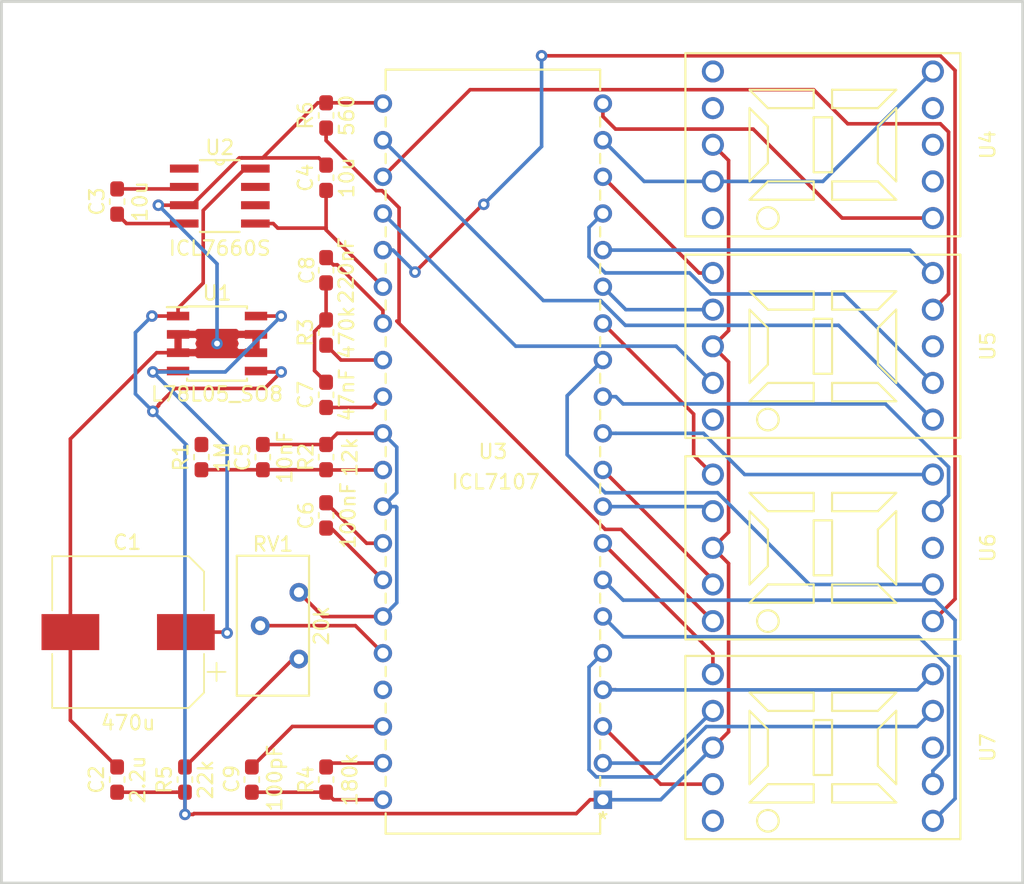
<source format=kicad_pcb>
(kicad_pcb (version 20171130) (host pcbnew "(5.0.0-3-g5ebb6b6)")

  (general
    (thickness 1.6)
    (drawings 4)
    (tracks 263)
    (zones 0)
    (modules 23)
    (nets 52)
  )

  (page A4)
  (layers
    (0 F.Cu signal)
    (31 B.Cu signal)
    (32 B.Adhes user)
    (33 F.Adhes user)
    (34 B.Paste user)
    (35 F.Paste user)
    (36 B.SilkS user)
    (37 F.SilkS user)
    (38 B.Mask user)
    (39 F.Mask user)
    (40 Dwgs.User user)
    (41 Cmts.User user)
    (42 Eco1.User user)
    (43 Eco2.User user)
    (44 Edge.Cuts user)
    (45 Margin user)
    (46 B.CrtYd user)
    (47 F.CrtYd user)
    (48 B.Fab user)
    (49 F.Fab user)
  )

  (setup
    (last_trace_width 0.25)
    (trace_clearance 0.2)
    (zone_clearance 0.508)
    (zone_45_only no)
    (trace_min 0.2)
    (segment_width 0.2)
    (edge_width 0.2)
    (via_size 0.8)
    (via_drill 0.4)
    (via_min_size 0.4)
    (via_min_drill 0.3)
    (uvia_size 0.3)
    (uvia_drill 0.1)
    (uvias_allowed no)
    (uvia_min_size 0.2)
    (uvia_min_drill 0.1)
    (pcb_text_width 0.3)
    (pcb_text_size 1.5 1.5)
    (mod_edge_width 0.15)
    (mod_text_size 1 1)
    (mod_text_width 0.15)
    (pad_size 1.524 1.524)
    (pad_drill 0.762)
    (pad_to_mask_clearance 0.2)
    (aux_axis_origin 0 0)
    (visible_elements FFFFFF7F)
    (pcbplotparams
      (layerselection 0x010fc_ffffffff)
      (usegerberextensions false)
      (usegerberattributes false)
      (usegerberadvancedattributes false)
      (creategerberjobfile false)
      (excludeedgelayer true)
      (linewidth 0.100000)
      (plotframeref false)
      (viasonmask false)
      (mode 1)
      (useauxorigin false)
      (hpglpennumber 1)
      (hpglpenspeed 20)
      (hpglpendiameter 15.000000)
      (psnegative false)
      (psa4output false)
      (plotreference true)
      (plotvalue true)
      (plotinvisibletext false)
      (padsonsilk false)
      (subtractmaskfromsilk false)
      (outputformat 1)
      (mirror false)
      (drillshape 1)
      (scaleselection 1)
      (outputdirectory ""))
  )

  (net 0 "")
  (net 1 "Net-(C5-Pad2)")
  (net 2 /Vin+)
  (net 3 /Vin-)
  (net 4 "Net-(C9-Pad2)")
  (net 5 "Net-(R4-Pad1)")
  (net 6 5V)
  (net 7 "Net-(R5-Pad2)")
  (net 8 "Net-(R3-Pad1)")
  (net 9 "Net-(C7-Pad2)")
  (net 10 GND)
  (net 11 /Vin=9V)
  (net 12 "Net-(C3-Pad1)")
  (net 13 "Net-(C3-Pad2)")
  (net 14 -5V)
  (net 15 "Net-(RV1-Pad2)")
  (net 16 "Net-(U3-Pad20)")
  (net 17 "Net-(U4-Pad9)")
  (net 18 "Net-(U4-Pad7)")
  (net 19 "Net-(U3-Pad19)")
  (net 20 "Net-(U4-Pad5)")
  (net 21 "Net-(U4-Pad2)")
  (net 22 "Net-(U4-Pad1)")
  (net 23 "Net-(U3-Pad18)")
  (net 24 "Net-(U3-Pad15)")
  (net 25 "Net-(U3-Pad24)")
  (net 26 "Net-(U3-Pad16)")
  (net 27 "Net-(U3-Pad23)")
  (net 28 "Net-(U3-Pad17)")
  (net 29 "Net-(U3-Pad22)")
  (net 30 "Net-(U3-Pad25)")
  (net 31 "Net-(U3-Pad13)")
  (net 32 "Net-(U3-Pad12)")
  (net 33 "Net-(U3-Pad11)")
  (net 34 "Net-(U3-Pad10)")
  (net 35 "Net-(U3-Pad9)")
  (net 36 "Net-(U3-Pad14)")
  (net 37 "Net-(U3-Pad8)")
  (net 38 "Net-(U3-Pad2)")
  (net 39 "Net-(U3-Pad3)")
  (net 40 "Net-(U7-Pad5)")
  (net 41 "Net-(U3-Pad4)")
  (net 42 "Net-(U3-Pad5)")
  (net 43 "Net-(U3-Pad6)")
  (net 44 "Net-(U3-Pad7)")
  (net 45 "Net-(C8-Pad1)")
  (net 46 "Net-(C7-Pad1)")
  (net 47 "Net-(C6-Pad1)")
  (net 48 "Net-(C6-Pad2)")
  (net 49 "Net-(C9-Pad1)")
  (net 50 "Net-(R6-Pad1)")
  (net 51 "Net-(U5-Pad5)")

  (net_class Default "This is the default net class."
    (clearance 0.2)
    (trace_width 0.25)
    (via_dia 0.8)
    (via_drill 0.4)
    (uvia_dia 0.3)
    (uvia_drill 0.1)
    (add_net -5V)
    (add_net /Vin+)
    (add_net /Vin-)
    (add_net /Vin=9V)
    (add_net 5V)
    (add_net GND)
    (add_net "Net-(C3-Pad1)")
    (add_net "Net-(C3-Pad2)")
    (add_net "Net-(C5-Pad2)")
    (add_net "Net-(C6-Pad1)")
    (add_net "Net-(C6-Pad2)")
    (add_net "Net-(C7-Pad1)")
    (add_net "Net-(C7-Pad2)")
    (add_net "Net-(C8-Pad1)")
    (add_net "Net-(C9-Pad1)")
    (add_net "Net-(C9-Pad2)")
    (add_net "Net-(R3-Pad1)")
    (add_net "Net-(R4-Pad1)")
    (add_net "Net-(R5-Pad2)")
    (add_net "Net-(R6-Pad1)")
    (add_net "Net-(RV1-Pad2)")
    (add_net "Net-(U3-Pad10)")
    (add_net "Net-(U3-Pad11)")
    (add_net "Net-(U3-Pad12)")
    (add_net "Net-(U3-Pad13)")
    (add_net "Net-(U3-Pad14)")
    (add_net "Net-(U3-Pad15)")
    (add_net "Net-(U3-Pad16)")
    (add_net "Net-(U3-Pad17)")
    (add_net "Net-(U3-Pad18)")
    (add_net "Net-(U3-Pad19)")
    (add_net "Net-(U3-Pad2)")
    (add_net "Net-(U3-Pad20)")
    (add_net "Net-(U3-Pad22)")
    (add_net "Net-(U3-Pad23)")
    (add_net "Net-(U3-Pad24)")
    (add_net "Net-(U3-Pad25)")
    (add_net "Net-(U3-Pad3)")
    (add_net "Net-(U3-Pad4)")
    (add_net "Net-(U3-Pad5)")
    (add_net "Net-(U3-Pad6)")
    (add_net "Net-(U3-Pad7)")
    (add_net "Net-(U3-Pad8)")
    (add_net "Net-(U3-Pad9)")
    (add_net "Net-(U4-Pad1)")
    (add_net "Net-(U4-Pad2)")
    (add_net "Net-(U4-Pad5)")
    (add_net "Net-(U4-Pad7)")
    (add_net "Net-(U4-Pad9)")
    (add_net "Net-(U5-Pad5)")
    (add_net "Net-(U7-Pad5)")
  )

  (module Capacitor_SMD:C_0603_1608Metric_Pad1.05x0.95mm_HandSolder (layer F.Cu) (tedit 5BDA809D) (tstamp 5BE6BCD6)
    (at 121.3485 129.54 270)
    (descr "Capacitor SMD 0603 (1608 Metric), square (rectangular) end terminal, IPC_7351 nominal with elongated pad for handsoldering. (Body size source: http://www.tortai-tech.com/upload/download/2011102023233369053.pdf), generated with kicad-footprint-generator")
    (tags "capacitor handsolder")
    (path /5BCD115A)
    (attr smd)
    (fp_text reference C9 (at -0.0405 1.397 270) (layer F.SilkS)
      (effects (font (size 1 1) (thickness 0.15)))
    )
    (fp_text value 100pF (at -0.104 -1.5875 270) (layer F.SilkS)
      (effects (font (size 1 1) (thickness 0.15)))
    )
    (fp_text user %R (at 0 0 270) (layer F.Fab)
      (effects (font (size 0.4 0.4) (thickness 0.06)))
    )
    (fp_line (start 1.65 0.73) (end -1.65 0.73) (layer F.CrtYd) (width 0.05))
    (fp_line (start 1.65 -0.73) (end 1.65 0.73) (layer F.CrtYd) (width 0.05))
    (fp_line (start -1.65 -0.73) (end 1.65 -0.73) (layer F.CrtYd) (width 0.05))
    (fp_line (start -1.65 0.73) (end -1.65 -0.73) (layer F.CrtYd) (width 0.05))
    (fp_line (start -0.171267 0.51) (end 0.171267 0.51) (layer F.SilkS) (width 0.12))
    (fp_line (start -0.171267 -0.51) (end 0.171267 -0.51) (layer F.SilkS) (width 0.12))
    (fp_line (start 0.8 0.4) (end -0.8 0.4) (layer F.Fab) (width 0.1))
    (fp_line (start 0.8 -0.4) (end 0.8 0.4) (layer F.Fab) (width 0.1))
    (fp_line (start -0.8 -0.4) (end 0.8 -0.4) (layer F.Fab) (width 0.1))
    (fp_line (start -0.8 0.4) (end -0.8 -0.4) (layer F.Fab) (width 0.1))
    (pad 2 smd roundrect (at 0.875 0 270) (size 1.05 0.95) (layers F.Cu F.Paste F.Mask) (roundrect_rratio 0.25)
      (net 4 "Net-(C9-Pad2)"))
    (pad 1 smd roundrect (at -0.875 0 270) (size 1.05 0.95) (layers F.Cu F.Paste F.Mask) (roundrect_rratio 0.25)
      (net 49 "Net-(C9-Pad1)"))
    (model ${KISYS3DMOD}/Capacitor_SMD.3dshapes/C_0603_1608Metric.wrl
      (at (xyz 0 0 0))
      (scale (xyz 1 1 1))
      (rotate (xyz 0 0 0))
    )
  )

  (module Capacitor_SMD:C_0603_1608Metric_Pad1.05x0.95mm_HandSolder (layer F.Cu) (tedit 5BDA80D3) (tstamp 5BE6BCC6)
    (at 126.492 94.234 270)
    (descr "Capacitor SMD 0603 (1608 Metric), square (rectangular) end terminal, IPC_7351 nominal with elongated pad for handsoldering. (Body size source: http://www.tortai-tech.com/upload/download/2011102023233369053.pdf), generated with kicad-footprint-generator")
    (tags "capacitor handsolder")
    (path /5BCD11BD)
    (attr smd)
    (fp_text reference C8 (at 0 1.3335 270) (layer F.SilkS)
      (effects (font (size 1 1) (thickness 0.15)))
    )
    (fp_text value 220nF (at 0 -1.397 270) (layer F.SilkS)
      (effects (font (size 1 1) (thickness 0.15)))
    )
    (fp_line (start -0.8 0.4) (end -0.8 -0.4) (layer F.Fab) (width 0.1))
    (fp_line (start -0.8 -0.4) (end 0.8 -0.4) (layer F.Fab) (width 0.1))
    (fp_line (start 0.8 -0.4) (end 0.8 0.4) (layer F.Fab) (width 0.1))
    (fp_line (start 0.8 0.4) (end -0.8 0.4) (layer F.Fab) (width 0.1))
    (fp_line (start -0.171267 -0.51) (end 0.171267 -0.51) (layer F.SilkS) (width 0.12))
    (fp_line (start -0.171267 0.51) (end 0.171267 0.51) (layer F.SilkS) (width 0.12))
    (fp_line (start -1.65 0.73) (end -1.65 -0.73) (layer F.CrtYd) (width 0.05))
    (fp_line (start -1.65 -0.73) (end 1.65 -0.73) (layer F.CrtYd) (width 0.05))
    (fp_line (start 1.65 -0.73) (end 1.65 0.73) (layer F.CrtYd) (width 0.05))
    (fp_line (start 1.65 0.73) (end -1.65 0.73) (layer F.CrtYd) (width 0.05))
    (fp_text user %R (at 0 0 270) (layer F.Fab)
      (effects (font (size 0.4 0.4) (thickness 0.06)))
    )
    (pad 1 smd roundrect (at -0.875 0 270) (size 1.05 0.95) (layers F.Cu F.Paste F.Mask) (roundrect_rratio 0.25)
      (net 45 "Net-(C8-Pad1)"))
    (pad 2 smd roundrect (at 0.875 0 270) (size 1.05 0.95) (layers F.Cu F.Paste F.Mask) (roundrect_rratio 0.25)
      (net 9 "Net-(C7-Pad2)"))
    (model ${KISYS3DMOD}/Capacitor_SMD.3dshapes/C_0603_1608Metric.wrl
      (at (xyz 0 0 0))
      (scale (xyz 1 1 1))
      (rotate (xyz 0 0 0))
    )
  )

  (module Capacitor_SMD:C_0603_1608Metric_Pad1.05x0.95mm_HandSolder (layer F.Cu) (tedit 5BDA80C8) (tstamp 5BE6BCB6)
    (at 126.492 102.87 90)
    (descr "Capacitor SMD 0603 (1608 Metric), square (rectangular) end terminal, IPC_7351 nominal with elongated pad for handsoldering. (Body size source: http://www.tortai-tech.com/upload/download/2011102023233369053.pdf), generated with kicad-footprint-generator")
    (tags "capacitor handsolder")
    (path /5BCD1234)
    (attr smd)
    (fp_text reference C7 (at 0 -1.43 90) (layer F.SilkS)
      (effects (font (size 1 1) (thickness 0.15)))
    )
    (fp_text value 47nF (at 0 1.43 90) (layer F.SilkS)
      (effects (font (size 1 1) (thickness 0.15)))
    )
    (fp_text user %R (at 0 0 90) (layer F.Fab)
      (effects (font (size 0.4 0.4) (thickness 0.06)))
    )
    (fp_line (start 1.65 0.73) (end -1.65 0.73) (layer F.CrtYd) (width 0.05))
    (fp_line (start 1.65 -0.73) (end 1.65 0.73) (layer F.CrtYd) (width 0.05))
    (fp_line (start -1.65 -0.73) (end 1.65 -0.73) (layer F.CrtYd) (width 0.05))
    (fp_line (start -1.65 0.73) (end -1.65 -0.73) (layer F.CrtYd) (width 0.05))
    (fp_line (start -0.171267 0.51) (end 0.171267 0.51) (layer F.SilkS) (width 0.12))
    (fp_line (start -0.171267 -0.51) (end 0.171267 -0.51) (layer F.SilkS) (width 0.12))
    (fp_line (start 0.8 0.4) (end -0.8 0.4) (layer F.Fab) (width 0.1))
    (fp_line (start 0.8 -0.4) (end 0.8 0.4) (layer F.Fab) (width 0.1))
    (fp_line (start -0.8 -0.4) (end 0.8 -0.4) (layer F.Fab) (width 0.1))
    (fp_line (start -0.8 0.4) (end -0.8 -0.4) (layer F.Fab) (width 0.1))
    (pad 2 smd roundrect (at 0.875 0 90) (size 1.05 0.95) (layers F.Cu F.Paste F.Mask) (roundrect_rratio 0.25)
      (net 9 "Net-(C7-Pad2)"))
    (pad 1 smd roundrect (at -0.875 0 90) (size 1.05 0.95) (layers F.Cu F.Paste F.Mask) (roundrect_rratio 0.25)
      (net 46 "Net-(C7-Pad1)"))
    (model ${KISYS3DMOD}/Capacitor_SMD.3dshapes/C_0603_1608Metric.wrl
      (at (xyz 0 0 0))
      (scale (xyz 1 1 1))
      (rotate (xyz 0 0 0))
    )
  )

  (module Capacitor_SMD:C_0603_1608Metric_Pad1.05x0.95mm_HandSolder (layer F.Cu) (tedit 5BDA80B3) (tstamp 5BE6BCA6)
    (at 126.492 111.229 270)
    (descr "Capacitor SMD 0603 (1608 Metric), square (rectangular) end terminal, IPC_7351 nominal with elongated pad for handsoldering. (Body size source: http://www.tortai-tech.com/upload/download/2011102023233369053.pdf), generated with kicad-footprint-generator")
    (tags "capacitor handsolder")
    (path /5BCD0F5B)
    (attr smd)
    (fp_text reference C6 (at 0 1.397 270) (layer F.SilkS)
      (effects (font (size 1 1) (thickness 0.15)))
    )
    (fp_text value 100nF (at 0 -1.524 270) (layer F.SilkS)
      (effects (font (size 1 1) (thickness 0.15)))
    )
    (fp_line (start -0.8 0.4) (end -0.8 -0.4) (layer F.Fab) (width 0.1))
    (fp_line (start -0.8 -0.4) (end 0.8 -0.4) (layer F.Fab) (width 0.1))
    (fp_line (start 0.8 -0.4) (end 0.8 0.4) (layer F.Fab) (width 0.1))
    (fp_line (start 0.8 0.4) (end -0.8 0.4) (layer F.Fab) (width 0.1))
    (fp_line (start -0.171267 -0.51) (end 0.171267 -0.51) (layer F.SilkS) (width 0.12))
    (fp_line (start -0.171267 0.51) (end 0.171267 0.51) (layer F.SilkS) (width 0.12))
    (fp_line (start -1.65 0.73) (end -1.65 -0.73) (layer F.CrtYd) (width 0.05))
    (fp_line (start -1.65 -0.73) (end 1.65 -0.73) (layer F.CrtYd) (width 0.05))
    (fp_line (start 1.65 -0.73) (end 1.65 0.73) (layer F.CrtYd) (width 0.05))
    (fp_line (start 1.65 0.73) (end -1.65 0.73) (layer F.CrtYd) (width 0.05))
    (fp_text user %R (at 0 0 270) (layer F.Fab)
      (effects (font (size 0.4 0.4) (thickness 0.06)))
    )
    (pad 1 smd roundrect (at -0.875 0 270) (size 1.05 0.95) (layers F.Cu F.Paste F.Mask) (roundrect_rratio 0.25)
      (net 47 "Net-(C6-Pad1)"))
    (pad 2 smd roundrect (at 0.875 0 270) (size 1.05 0.95) (layers F.Cu F.Paste F.Mask) (roundrect_rratio 0.25)
      (net 48 "Net-(C6-Pad2)"))
    (model ${KISYS3DMOD}/Capacitor_SMD.3dshapes/C_0603_1608Metric.wrl
      (at (xyz 0 0 0))
      (scale (xyz 1 1 1))
      (rotate (xyz 0 0 0))
    )
  )

  (module Capacitor_SMD:C_0603_1608Metric_Pad1.05x0.95mm_HandSolder (layer F.Cu) (tedit 5BDA80BB) (tstamp 5BE6C824)
    (at 122.1105 107.188 270)
    (descr "Capacitor SMD 0603 (1608 Metric), square (rectangular) end terminal, IPC_7351 nominal with elongated pad for handsoldering. (Body size source: http://www.tortai-tech.com/upload/download/2011102023233369053.pdf), generated with kicad-footprint-generator")
    (tags "capacitor handsolder")
    (path /5BCD0FDD)
    (attr smd)
    (fp_text reference C5 (at 0 1.397 270) (layer F.SilkS)
      (effects (font (size 1 1) (thickness 0.15)))
    )
    (fp_text value 10nF (at 0 -1.524 270) (layer F.SilkS)
      (effects (font (size 1 1) (thickness 0.15)))
    )
    (fp_text user %R (at 0 0 270) (layer F.Fab)
      (effects (font (size 0.4 0.4) (thickness 0.06)))
    )
    (fp_line (start 1.65 0.73) (end -1.65 0.73) (layer F.CrtYd) (width 0.05))
    (fp_line (start 1.65 -0.73) (end 1.65 0.73) (layer F.CrtYd) (width 0.05))
    (fp_line (start -1.65 -0.73) (end 1.65 -0.73) (layer F.CrtYd) (width 0.05))
    (fp_line (start -1.65 0.73) (end -1.65 -0.73) (layer F.CrtYd) (width 0.05))
    (fp_line (start -0.171267 0.51) (end 0.171267 0.51) (layer F.SilkS) (width 0.12))
    (fp_line (start -0.171267 -0.51) (end 0.171267 -0.51) (layer F.SilkS) (width 0.12))
    (fp_line (start 0.8 0.4) (end -0.8 0.4) (layer F.Fab) (width 0.1))
    (fp_line (start 0.8 -0.4) (end 0.8 0.4) (layer F.Fab) (width 0.1))
    (fp_line (start -0.8 -0.4) (end 0.8 -0.4) (layer F.Fab) (width 0.1))
    (fp_line (start -0.8 0.4) (end -0.8 -0.4) (layer F.Fab) (width 0.1))
    (pad 2 smd roundrect (at 0.875 0 270) (size 1.05 0.95) (layers F.Cu F.Paste F.Mask) (roundrect_rratio 0.25)
      (net 1 "Net-(C5-Pad2)"))
    (pad 1 smd roundrect (at -0.875 0 270) (size 1.05 0.95) (layers F.Cu F.Paste F.Mask) (roundrect_rratio 0.25)
      (net 3 /Vin-))
    (model ${KISYS3DMOD}/Capacitor_SMD.3dshapes/C_0603_1608Metric.wrl
      (at (xyz 0 0 0))
      (scale (xyz 1 1 1))
      (rotate (xyz 0 0 0))
    )
  )

  (module Capacitor_SMD:C_0603_1608Metric_Pad1.05x0.95mm_HandSolder (layer F.Cu) (tedit 5BDA80D7) (tstamp 5BE6BC86)
    (at 126.492 87.8205 90)
    (descr "Capacitor SMD 0603 (1608 Metric), square (rectangular) end terminal, IPC_7351 nominal with elongated pad for handsoldering. (Body size source: http://www.tortai-tech.com/upload/download/2011102023233369053.pdf), generated with kicad-footprint-generator")
    (tags "capacitor handsolder")
    (path /5BC8B0FC)
    (attr smd)
    (fp_text reference C4 (at 0 -1.43 90) (layer F.SilkS)
      (effects (font (size 1 1) (thickness 0.15)))
    )
    (fp_text value 10u (at 0 1.43 90) (layer F.SilkS)
      (effects (font (size 1 1) (thickness 0.15)))
    )
    (fp_line (start -0.8 0.4) (end -0.8 -0.4) (layer F.Fab) (width 0.1))
    (fp_line (start -0.8 -0.4) (end 0.8 -0.4) (layer F.Fab) (width 0.1))
    (fp_line (start 0.8 -0.4) (end 0.8 0.4) (layer F.Fab) (width 0.1))
    (fp_line (start 0.8 0.4) (end -0.8 0.4) (layer F.Fab) (width 0.1))
    (fp_line (start -0.171267 -0.51) (end 0.171267 -0.51) (layer F.SilkS) (width 0.12))
    (fp_line (start -0.171267 0.51) (end 0.171267 0.51) (layer F.SilkS) (width 0.12))
    (fp_line (start -1.65 0.73) (end -1.65 -0.73) (layer F.CrtYd) (width 0.05))
    (fp_line (start -1.65 -0.73) (end 1.65 -0.73) (layer F.CrtYd) (width 0.05))
    (fp_line (start 1.65 -0.73) (end 1.65 0.73) (layer F.CrtYd) (width 0.05))
    (fp_line (start 1.65 0.73) (end -1.65 0.73) (layer F.CrtYd) (width 0.05))
    (fp_text user %R (at 0 0 90) (layer F.Fab)
      (effects (font (size 0.4 0.4) (thickness 0.06)))
    )
    (pad 1 smd roundrect (at -0.875 0 90) (size 1.05 0.95) (layers F.Cu F.Paste F.Mask) (roundrect_rratio 0.25)
      (net 14 -5V))
    (pad 2 smd roundrect (at 0.875 0 90) (size 1.05 0.95) (layers F.Cu F.Paste F.Mask) (roundrect_rratio 0.25)
      (net 10 GND))
    (model ${KISYS3DMOD}/Capacitor_SMD.3dshapes/C_0603_1608Metric.wrl
      (at (xyz 0 0 0))
      (scale (xyz 1 1 1))
      (rotate (xyz 0 0 0))
    )
  )

  (module Capacitor_SMD:C_0603_1608Metric_Pad1.05x0.95mm_HandSolder (layer F.Cu) (tedit 5BDA80E2) (tstamp 5BE6D873)
    (at 112.014 89.4715 270)
    (descr "Capacitor SMD 0603 (1608 Metric), square (rectangular) end terminal, IPC_7351 nominal with elongated pad for handsoldering. (Body size source: http://www.tortai-tech.com/upload/download/2011102023233369053.pdf), generated with kicad-footprint-generator")
    (tags "capacitor handsolder")
    (path /5BC8AE87)
    (attr smd)
    (fp_text reference C3 (at 0 1.397 270) (layer F.SilkS)
      (effects (font (size 1 1) (thickness 0.15)))
    )
    (fp_text value 10u (at 0 -1.5875 270) (layer F.SilkS)
      (effects (font (size 1 1) (thickness 0.15)))
    )
    (fp_text user %R (at 0 0 270) (layer F.Fab)
      (effects (font (size 0.4 0.4) (thickness 0.06)))
    )
    (fp_line (start 1.65 0.73) (end -1.65 0.73) (layer F.CrtYd) (width 0.05))
    (fp_line (start 1.65 -0.73) (end 1.65 0.73) (layer F.CrtYd) (width 0.05))
    (fp_line (start -1.65 -0.73) (end 1.65 -0.73) (layer F.CrtYd) (width 0.05))
    (fp_line (start -1.65 0.73) (end -1.65 -0.73) (layer F.CrtYd) (width 0.05))
    (fp_line (start -0.171267 0.51) (end 0.171267 0.51) (layer F.SilkS) (width 0.12))
    (fp_line (start -0.171267 -0.51) (end 0.171267 -0.51) (layer F.SilkS) (width 0.12))
    (fp_line (start 0.8 0.4) (end -0.8 0.4) (layer F.Fab) (width 0.1))
    (fp_line (start 0.8 -0.4) (end 0.8 0.4) (layer F.Fab) (width 0.1))
    (fp_line (start -0.8 -0.4) (end 0.8 -0.4) (layer F.Fab) (width 0.1))
    (fp_line (start -0.8 0.4) (end -0.8 -0.4) (layer F.Fab) (width 0.1))
    (pad 2 smd roundrect (at 0.875 0 270) (size 1.05 0.95) (layers F.Cu F.Paste F.Mask) (roundrect_rratio 0.25)
      (net 13 "Net-(C3-Pad2)"))
    (pad 1 smd roundrect (at -0.875 0 270) (size 1.05 0.95) (layers F.Cu F.Paste F.Mask) (roundrect_rratio 0.25)
      (net 12 "Net-(C3-Pad1)"))
    (model ${KISYS3DMOD}/Capacitor_SMD.3dshapes/C_0603_1608Metric.wrl
      (at (xyz 0 0 0))
      (scale (xyz 1 1 1))
      (rotate (xyz 0 0 0))
    )
  )

  (module Capacitor_SMD:C_0603_1608Metric_Pad1.05x0.95mm_HandSolder (layer F.Cu) (tedit 5BDA8091) (tstamp 5BE6BD65)
    (at 112.014 129.54 90)
    (descr "Capacitor SMD 0603 (1608 Metric), square (rectangular) end terminal, IPC_7351 nominal with elongated pad for handsoldering. (Body size source: http://www.tortai-tech.com/upload/download/2011102023233369053.pdf), generated with kicad-footprint-generator")
    (tags "capacitor handsolder")
    (path /5BC8A8DB)
    (attr smd)
    (fp_text reference C2 (at 0 -1.43 90) (layer F.SilkS)
      (effects (font (size 1 1) (thickness 0.15)))
    )
    (fp_text value 2.2u (at 0 1.43 90) (layer F.SilkS)
      (effects (font (size 1 1) (thickness 0.15)))
    )
    (fp_line (start -0.8 0.4) (end -0.8 -0.4) (layer F.Fab) (width 0.1))
    (fp_line (start -0.8 -0.4) (end 0.8 -0.4) (layer F.Fab) (width 0.1))
    (fp_line (start 0.8 -0.4) (end 0.8 0.4) (layer F.Fab) (width 0.1))
    (fp_line (start 0.8 0.4) (end -0.8 0.4) (layer F.Fab) (width 0.1))
    (fp_line (start -0.171267 -0.51) (end 0.171267 -0.51) (layer F.SilkS) (width 0.12))
    (fp_line (start -0.171267 0.51) (end 0.171267 0.51) (layer F.SilkS) (width 0.12))
    (fp_line (start -1.65 0.73) (end -1.65 -0.73) (layer F.CrtYd) (width 0.05))
    (fp_line (start -1.65 -0.73) (end 1.65 -0.73) (layer F.CrtYd) (width 0.05))
    (fp_line (start 1.65 -0.73) (end 1.65 0.73) (layer F.CrtYd) (width 0.05))
    (fp_line (start 1.65 0.73) (end -1.65 0.73) (layer F.CrtYd) (width 0.05))
    (fp_text user %R (at 0 0 90) (layer F.Fab)
      (effects (font (size 0.4 0.4) (thickness 0.06)))
    )
    (pad 1 smd roundrect (at -0.875 0 90) (size 1.05 0.95) (layers F.Cu F.Paste F.Mask) (roundrect_rratio 0.25)
      (net 6 5V))
    (pad 2 smd roundrect (at 0.875 0 90) (size 1.05 0.95) (layers F.Cu F.Paste F.Mask) (roundrect_rratio 0.25)
      (net 10 GND))
    (model ${KISYS3DMOD}/Capacitor_SMD.3dshapes/C_0603_1608Metric.wrl
      (at (xyz 0 0 0))
      (scale (xyz 1 1 1))
      (rotate (xyz 0 0 0))
    )
  )

  (module Resistor_SMD:R_0603_1608Metric_Pad1.05x0.95mm_HandSolder (layer F.Cu) (tedit 5BDA80DB) (tstamp 5BE6B80E)
    (at 126.492 83.5025 90)
    (descr "Resistor SMD 0603 (1608 Metric), square (rectangular) end terminal, IPC_7351 nominal with elongated pad for handsoldering. (Body size source: http://www.tortai-tech.com/upload/download/2011102023233369053.pdf), generated with kicad-footprint-generator")
    (tags "resistor handsolder")
    (path /5BD0A81F)
    (attr smd)
    (fp_text reference R6 (at 0 -1.43 90) (layer F.SilkS)
      (effects (font (size 1 1) (thickness 0.15)))
    )
    (fp_text value 560 (at 0 1.43 90) (layer F.SilkS)
      (effects (font (size 1 1) (thickness 0.15)))
    )
    (fp_text user %R (at 0 0 90) (layer F.Fab)
      (effects (font (size 0.4 0.4) (thickness 0.06)))
    )
    (fp_line (start 1.65 0.73) (end -1.65 0.73) (layer F.CrtYd) (width 0.05))
    (fp_line (start 1.65 -0.73) (end 1.65 0.73) (layer F.CrtYd) (width 0.05))
    (fp_line (start -1.65 -0.73) (end 1.65 -0.73) (layer F.CrtYd) (width 0.05))
    (fp_line (start -1.65 0.73) (end -1.65 -0.73) (layer F.CrtYd) (width 0.05))
    (fp_line (start -0.171267 0.51) (end 0.171267 0.51) (layer F.SilkS) (width 0.12))
    (fp_line (start -0.171267 -0.51) (end 0.171267 -0.51) (layer F.SilkS) (width 0.12))
    (fp_line (start 0.8 0.4) (end -0.8 0.4) (layer F.Fab) (width 0.1))
    (fp_line (start 0.8 -0.4) (end 0.8 0.4) (layer F.Fab) (width 0.1))
    (fp_line (start -0.8 -0.4) (end 0.8 -0.4) (layer F.Fab) (width 0.1))
    (fp_line (start -0.8 0.4) (end -0.8 -0.4) (layer F.Fab) (width 0.1))
    (pad 2 smd roundrect (at 0.875 0 90) (size 1.05 0.95) (layers F.Cu F.Paste F.Mask) (roundrect_rratio 0.25)
      (net 10 GND))
    (pad 1 smd roundrect (at -0.875 0 90) (size 1.05 0.95) (layers F.Cu F.Paste F.Mask) (roundrect_rratio 0.25)
      (net 50 "Net-(R6-Pad1)"))
    (model ${KISYS3DMOD}/Resistor_SMD.3dshapes/R_0603_1608Metric.wrl
      (at (xyz 0 0 0))
      (scale (xyz 1 1 1))
      (rotate (xyz 0 0 0))
    )
  )

  (module Resistor_SMD:R_0603_1608Metric_Pad1.05x0.95mm_HandSolder (layer F.Cu) (tedit 5BDA8097) (tstamp 5BE6B7FE)
    (at 116.713 129.54 90)
    (descr "Resistor SMD 0603 (1608 Metric), square (rectangular) end terminal, IPC_7351 nominal with elongated pad for handsoldering. (Body size source: http://www.tortai-tech.com/upload/download/2011102023233369053.pdf), generated with kicad-footprint-generator")
    (tags "resistor handsolder")
    (path /5BCD72C5)
    (attr smd)
    (fp_text reference R5 (at 0 -1.43 90) (layer F.SilkS)
      (effects (font (size 1 1) (thickness 0.15)))
    )
    (fp_text value 22k (at 0 1.43 90) (layer F.SilkS)
      (effects (font (size 1 1) (thickness 0.15)))
    )
    (fp_line (start -0.8 0.4) (end -0.8 -0.4) (layer F.Fab) (width 0.1))
    (fp_line (start -0.8 -0.4) (end 0.8 -0.4) (layer F.Fab) (width 0.1))
    (fp_line (start 0.8 -0.4) (end 0.8 0.4) (layer F.Fab) (width 0.1))
    (fp_line (start 0.8 0.4) (end -0.8 0.4) (layer F.Fab) (width 0.1))
    (fp_line (start -0.171267 -0.51) (end 0.171267 -0.51) (layer F.SilkS) (width 0.12))
    (fp_line (start -0.171267 0.51) (end 0.171267 0.51) (layer F.SilkS) (width 0.12))
    (fp_line (start -1.65 0.73) (end -1.65 -0.73) (layer F.CrtYd) (width 0.05))
    (fp_line (start -1.65 -0.73) (end 1.65 -0.73) (layer F.CrtYd) (width 0.05))
    (fp_line (start 1.65 -0.73) (end 1.65 0.73) (layer F.CrtYd) (width 0.05))
    (fp_line (start 1.65 0.73) (end -1.65 0.73) (layer F.CrtYd) (width 0.05))
    (fp_text user %R (at 0 0 90) (layer F.Fab)
      (effects (font (size 0.4 0.4) (thickness 0.06)))
    )
    (pad 1 smd roundrect (at -0.875 0 90) (size 1.05 0.95) (layers F.Cu F.Paste F.Mask) (roundrect_rratio 0.25)
      (net 6 5V))
    (pad 2 smd roundrect (at 0.875 0 90) (size 1.05 0.95) (layers F.Cu F.Paste F.Mask) (roundrect_rratio 0.25)
      (net 7 "Net-(R5-Pad2)"))
    (model ${KISYS3DMOD}/Resistor_SMD.3dshapes/R_0603_1608Metric.wrl
      (at (xyz 0 0 0))
      (scale (xyz 1 1 1))
      (rotate (xyz 0 0 0))
    )
  )

  (module Resistor_SMD:R_0603_1608Metric_Pad1.05x0.95mm_HandSolder (layer F.Cu) (tedit 5BDA80A1) (tstamp 5BE6C07C)
    (at 126.492 129.54 270)
    (descr "Resistor SMD 0603 (1608 Metric), square (rectangular) end terminal, IPC_7351 nominal with elongated pad for handsoldering. (Body size source: http://www.tortai-tech.com/upload/download/2011102023233369053.pdf), generated with kicad-footprint-generator")
    (tags "resistor handsolder")
    (path /5BCD26AE)
    (attr smd)
    (fp_text reference R4 (at 0 1.397 270) (layer F.SilkS)
      (effects (font (size 1 1) (thickness 0.15)))
    )
    (fp_text value 180k (at 0 -1.651 270) (layer F.SilkS)
      (effects (font (size 1 1) (thickness 0.15)))
    )
    (fp_text user %R (at 0 0 270) (layer F.Fab)
      (effects (font (size 0.4 0.4) (thickness 0.06)))
    )
    (fp_line (start 1.65 0.73) (end -1.65 0.73) (layer F.CrtYd) (width 0.05))
    (fp_line (start 1.65 -0.73) (end 1.65 0.73) (layer F.CrtYd) (width 0.05))
    (fp_line (start -1.65 -0.73) (end 1.65 -0.73) (layer F.CrtYd) (width 0.05))
    (fp_line (start -1.65 0.73) (end -1.65 -0.73) (layer F.CrtYd) (width 0.05))
    (fp_line (start -0.171267 0.51) (end 0.171267 0.51) (layer F.SilkS) (width 0.12))
    (fp_line (start -0.171267 -0.51) (end 0.171267 -0.51) (layer F.SilkS) (width 0.12))
    (fp_line (start 0.8 0.4) (end -0.8 0.4) (layer F.Fab) (width 0.1))
    (fp_line (start 0.8 -0.4) (end 0.8 0.4) (layer F.Fab) (width 0.1))
    (fp_line (start -0.8 -0.4) (end 0.8 -0.4) (layer F.Fab) (width 0.1))
    (fp_line (start -0.8 0.4) (end -0.8 -0.4) (layer F.Fab) (width 0.1))
    (pad 2 smd roundrect (at 0.875 0 270) (size 1.05 0.95) (layers F.Cu F.Paste F.Mask) (roundrect_rratio 0.25)
      (net 4 "Net-(C9-Pad2)"))
    (pad 1 smd roundrect (at -0.875 0 270) (size 1.05 0.95) (layers F.Cu F.Paste F.Mask) (roundrect_rratio 0.25)
      (net 5 "Net-(R4-Pad1)"))
    (model ${KISYS3DMOD}/Resistor_SMD.3dshapes/R_0603_1608Metric.wrl
      (at (xyz 0 0 0))
      (scale (xyz 1 1 1))
      (rotate (xyz 0 0 0))
    )
  )

  (module Resistor_SMD:R_0603_1608Metric_Pad1.05x0.95mm_HandSolder (layer F.Cu) (tedit 5BDA80CC) (tstamp 5BE6B7DE)
    (at 126.492 98.552 90)
    (descr "Resistor SMD 0603 (1608 Metric), square (rectangular) end terminal, IPC_7351 nominal with elongated pad for handsoldering. (Body size source: http://www.tortai-tech.com/upload/download/2011102023233369053.pdf), generated with kicad-footprint-generator")
    (tags "resistor handsolder")
    (path /5BCD2752)
    (attr smd)
    (fp_text reference R3 (at 0 -1.43 90) (layer F.SilkS)
      (effects (font (size 1 1) (thickness 0.15)))
    )
    (fp_text value 470k (at 0 1.43 90) (layer F.SilkS)
      (effects (font (size 1 1) (thickness 0.15)))
    )
    (fp_line (start -0.8 0.4) (end -0.8 -0.4) (layer F.Fab) (width 0.1))
    (fp_line (start -0.8 -0.4) (end 0.8 -0.4) (layer F.Fab) (width 0.1))
    (fp_line (start 0.8 -0.4) (end 0.8 0.4) (layer F.Fab) (width 0.1))
    (fp_line (start 0.8 0.4) (end -0.8 0.4) (layer F.Fab) (width 0.1))
    (fp_line (start -0.171267 -0.51) (end 0.171267 -0.51) (layer F.SilkS) (width 0.12))
    (fp_line (start -0.171267 0.51) (end 0.171267 0.51) (layer F.SilkS) (width 0.12))
    (fp_line (start -1.65 0.73) (end -1.65 -0.73) (layer F.CrtYd) (width 0.05))
    (fp_line (start -1.65 -0.73) (end 1.65 -0.73) (layer F.CrtYd) (width 0.05))
    (fp_line (start 1.65 -0.73) (end 1.65 0.73) (layer F.CrtYd) (width 0.05))
    (fp_line (start 1.65 0.73) (end -1.65 0.73) (layer F.CrtYd) (width 0.05))
    (fp_text user %R (at 0 0 90) (layer F.Fab)
      (effects (font (size 0.4 0.4) (thickness 0.06)))
    )
    (pad 1 smd roundrect (at -0.875 0 90) (size 1.05 0.95) (layers F.Cu F.Paste F.Mask) (roundrect_rratio 0.25)
      (net 8 "Net-(R3-Pad1)"))
    (pad 2 smd roundrect (at 0.875 0 90) (size 1.05 0.95) (layers F.Cu F.Paste F.Mask) (roundrect_rratio 0.25)
      (net 9 "Net-(C7-Pad2)"))
    (model ${KISYS3DMOD}/Resistor_SMD.3dshapes/R_0603_1608Metric.wrl
      (at (xyz 0 0 0))
      (scale (xyz 1 1 1))
      (rotate (xyz 0 0 0))
    )
  )

  (module Resistor_SMD:R_0603_1608Metric_Pad1.05x0.95mm_HandSolder (layer F.Cu) (tedit 5BDA80B7) (tstamp 5BE6B7CE)
    (at 126.492 107.188 270)
    (descr "Resistor SMD 0603 (1608 Metric), square (rectangular) end terminal, IPC_7351 nominal with elongated pad for handsoldering. (Body size source: http://www.tortai-tech.com/upload/download/2011102023233369053.pdf), generated with kicad-footprint-generator")
    (tags "resistor handsolder")
    (path /5BCD27C0)
    (attr smd)
    (fp_text reference R2 (at 0 1.397 270) (layer F.SilkS)
      (effects (font (size 1 1) (thickness 0.15)))
    )
    (fp_text value 12k (at 0 -1.651 270) (layer F.SilkS)
      (effects (font (size 1 1) (thickness 0.15)))
    )
    (fp_text user %R (at 0 0 270) (layer F.Fab)
      (effects (font (size 0.4 0.4) (thickness 0.06)))
    )
    (fp_line (start 1.65 0.73) (end -1.65 0.73) (layer F.CrtYd) (width 0.05))
    (fp_line (start 1.65 -0.73) (end 1.65 0.73) (layer F.CrtYd) (width 0.05))
    (fp_line (start -1.65 -0.73) (end 1.65 -0.73) (layer F.CrtYd) (width 0.05))
    (fp_line (start -1.65 0.73) (end -1.65 -0.73) (layer F.CrtYd) (width 0.05))
    (fp_line (start -0.171267 0.51) (end 0.171267 0.51) (layer F.SilkS) (width 0.12))
    (fp_line (start -0.171267 -0.51) (end 0.171267 -0.51) (layer F.SilkS) (width 0.12))
    (fp_line (start 0.8 0.4) (end -0.8 0.4) (layer F.Fab) (width 0.1))
    (fp_line (start 0.8 -0.4) (end 0.8 0.4) (layer F.Fab) (width 0.1))
    (fp_line (start -0.8 -0.4) (end 0.8 -0.4) (layer F.Fab) (width 0.1))
    (fp_line (start -0.8 0.4) (end -0.8 -0.4) (layer F.Fab) (width 0.1))
    (pad 2 smd roundrect (at 0.875 0 270) (size 1.05 0.95) (layers F.Cu F.Paste F.Mask) (roundrect_rratio 0.25)
      (net 1 "Net-(C5-Pad2)"))
    (pad 1 smd roundrect (at -0.875 0 270) (size 1.05 0.95) (layers F.Cu F.Paste F.Mask) (roundrect_rratio 0.25)
      (net 3 /Vin-))
    (model ${KISYS3DMOD}/Resistor_SMD.3dshapes/R_0603_1608Metric.wrl
      (at (xyz 0 0 0))
      (scale (xyz 1 1 1))
      (rotate (xyz 0 0 0))
    )
  )

  (module Resistor_SMD:R_0603_1608Metric_Pad1.05x0.95mm_HandSolder (layer F.Cu) (tedit 5BDA80BF) (tstamp 5BE6CA1B)
    (at 117.856 107.188 90)
    (descr "Resistor SMD 0603 (1608 Metric), square (rectangular) end terminal, IPC_7351 nominal with elongated pad for handsoldering. (Body size source: http://www.tortai-tech.com/upload/download/2011102023233369053.pdf), generated with kicad-footprint-generator")
    (tags "resistor handsolder")
    (path /5BCD2851)
    (attr smd)
    (fp_text reference R1 (at 0 -1.43 90) (layer F.SilkS)
      (effects (font (size 1 1) (thickness 0.15)))
    )
    (fp_text value 1M (at 0 1.43 90) (layer F.SilkS)
      (effects (font (size 1 1) (thickness 0.15)))
    )
    (fp_line (start -0.8 0.4) (end -0.8 -0.4) (layer F.Fab) (width 0.1))
    (fp_line (start -0.8 -0.4) (end 0.8 -0.4) (layer F.Fab) (width 0.1))
    (fp_line (start 0.8 -0.4) (end 0.8 0.4) (layer F.Fab) (width 0.1))
    (fp_line (start 0.8 0.4) (end -0.8 0.4) (layer F.Fab) (width 0.1))
    (fp_line (start -0.171267 -0.51) (end 0.171267 -0.51) (layer F.SilkS) (width 0.12))
    (fp_line (start -0.171267 0.51) (end 0.171267 0.51) (layer F.SilkS) (width 0.12))
    (fp_line (start -1.65 0.73) (end -1.65 -0.73) (layer F.CrtYd) (width 0.05))
    (fp_line (start -1.65 -0.73) (end 1.65 -0.73) (layer F.CrtYd) (width 0.05))
    (fp_line (start 1.65 -0.73) (end 1.65 0.73) (layer F.CrtYd) (width 0.05))
    (fp_line (start 1.65 0.73) (end -1.65 0.73) (layer F.CrtYd) (width 0.05))
    (fp_text user %R (at 0 0 90) (layer F.Fab)
      (effects (font (size 0.4 0.4) (thickness 0.06)))
    )
    (pad 1 smd roundrect (at -0.875 0 90) (size 1.05 0.95) (layers F.Cu F.Paste F.Mask) (roundrect_rratio 0.25)
      (net 1 "Net-(C5-Pad2)"))
    (pad 2 smd roundrect (at 0.875 0 90) (size 1.05 0.95) (layers F.Cu F.Paste F.Mask) (roundrect_rratio 0.25)
      (net 2 /Vin+))
    (model ${KISYS3DMOD}/Resistor_SMD.3dshapes/R_0603_1608Metric.wrl
      (at (xyz 0 0 0))
      (scale (xyz 1 1 1))
      (rotate (xyz 0 0 0))
    )
  )

  (module Digital_Voltmeter_Parts:SC56-11SRWA (layer F.Cu) (tedit 5BD3D05C) (tstamp 5BDA2ABF)
    (at 160.909 85.5345 270)
    (path /5BCE4A3D)
    (fp_text reference U4 (at 0 -11.43 270) (layer F.SilkS)
      (effects (font (size 1 1) (thickness 0.15)))
    )
    (fp_text value MAN6960 (at 0 11.43 270) (layer F.Fab)
      (effects (font (size 1 1) (thickness 0.15)))
    )
    (fp_line (start -2.54 0.635) (end -2.54 3.81) (layer F.SilkS) (width 0.15))
    (fp_line (start -3.81 -0.635) (end -2.54 -0.635) (layer F.SilkS) (width 0.15))
    (fp_line (start -3.81 5.08) (end -3.81 0.635) (layer F.SilkS) (width 0.15))
    (fp_line (start -2.54 3.81) (end -3.81 5.08) (layer F.SilkS) (width 0.15))
    (fp_line (start -1.27 3.81) (end 1.27 3.81) (layer F.SilkS) (width 0.15))
    (fp_line (start -2.54 5.08) (end -1.27 3.81) (layer F.SilkS) (width 0.15))
    (fp_line (start 2.54 5.08) (end -2.54 5.08) (layer F.SilkS) (width 0.15))
    (fp_line (start 1.27 3.81) (end 2.54 5.08) (layer F.SilkS) (width 0.15))
    (fp_line (start -1.905 -0.635) (end 1.905 -0.635) (layer F.SilkS) (width 0.15))
    (fp_line (start -1.905 0.635) (end -1.905 -0.635) (layer F.SilkS) (width 0.15))
    (fp_line (start 1.905 0.635) (end -1.905 0.635) (layer F.SilkS) (width 0.15))
    (fp_line (start 1.905 -0.635) (end 1.905 0.635) (layer F.SilkS) (width 0.15))
    (fp_line (start 2.54 3.81) (end 2.54 0.635) (layer F.SilkS) (width 0.15))
    (fp_line (start 3.81 5.08) (end 2.54 3.81) (layer F.SilkS) (width 0.15))
    (fp_line (start 3.81 3.81) (end 3.81 5.08) (layer F.SilkS) (width 0.15))
    (fp_line (start 3.81 0.635) (end 3.81 3.81) (layer F.SilkS) (width 0.15))
    (fp_line (start 2.54 0.635) (end 3.81 0.635) (layer F.SilkS) (width 0.15))
    (fp_line (start 2.54 -0.635) (end 2.54 -3.81) (layer F.SilkS) (width 0.15))
    (fp_line (start 3.81 -0.635) (end 2.54 -0.635) (layer F.SilkS) (width 0.15))
    (fp_line (start 3.81 -5.08) (end 3.81 -0.635) (layer F.SilkS) (width 0.15))
    (fp_line (start 2.54 -3.81) (end 3.81 -5.08) (layer F.SilkS) (width 0.15))
    (fp_line (start 2.54 -5.08) (end -2.54 -5.08) (layer F.SilkS) (width 0.15))
    (fp_line (start 1.27 -3.81) (end 2.54 -5.08) (layer F.SilkS) (width 0.15))
    (fp_circle (center 5.08 3.81) (end 5.83 3.81) (layer F.SilkS) (width 0.15))
    (fp_line (start -6.35 9.525) (end -6.35 -9.525) (layer F.SilkS) (width 0.15))
    (fp_line (start 6.35 9.525) (end -6.35 9.525) (layer F.SilkS) (width 0.15))
    (fp_line (start 6.35 -9.525) (end 6.35 9.525) (layer F.SilkS) (width 0.15))
    (fp_line (start -6.35 -9.525) (end 6.35 -9.525) (layer F.SilkS) (width 0.15))
    (fp_line (start -3.81 -5.08) (end -2.54 -3.81) (layer F.SilkS) (width 0.15))
    (fp_line (start -2.54 -3.81) (end -2.54 -0.635) (layer F.SilkS) (width 0.15))
    (fp_line (start -2.54 0.635) (end -3.81 0.635) (layer F.SilkS) (width 0.15))
    (fp_line (start -3.81 -0.635) (end -3.81 -5.08) (layer F.SilkS) (width 0.15))
    (fp_line (start -2.54 -5.08) (end -1.27 -3.81) (layer F.SilkS) (width 0.15))
    (fp_line (start -1.27 -3.81) (end 1.27 -3.81) (layer F.SilkS) (width 0.15))
    (pad 10 thru_hole circle (at 5.08 -7.62 270) (size 1.524 1.524) (drill 1) (layers *.Cu *.Mask)
      (net 16 "Net-(U3-Pad20)"))
    (pad 9 thru_hole circle (at 2.54 -7.62 270) (size 1.524 1.524) (drill 1) (layers *.Cu *.Mask)
      (net 17 "Net-(U4-Pad9)"))
    (pad 8 thru_hole circle (at 0 -7.62 270) (size 1.524 1.524) (drill 1) (layers *.Cu *.Mask))
    (pad 7 thru_hole circle (at -2.54 -7.62 270) (size 1.524 1.524) (drill 1) (layers *.Cu *.Mask)
      (net 18 "Net-(U4-Pad7)"))
    (pad 6 thru_hole circle (at -5.08 -7.62 270) (size 1.524 1.524) (drill 1) (layers *.Cu *.Mask)
      (net 19 "Net-(U3-Pad19)"))
    (pad 5 thru_hole circle (at 5.08 7.62 270) (size 1.524 1.524) (drill 1) (layers *.Cu *.Mask)
      (net 20 "Net-(U4-Pad5)"))
    (pad 4 thru_hole circle (at 2.54 7.62 270) (size 1.524 1.524) (drill 1) (layers *.Cu *.Mask)
      (net 19 "Net-(U3-Pad19)"))
    (pad 3 thru_hole circle (at 0 7.62 270) (size 1.524 1.524) (drill 1) (layers *.Cu *.Mask)
      (net 6 5V))
    (pad 2 thru_hole circle (at -2.54 7.62 270) (size 1.524 1.524) (drill 1) (layers *.Cu *.Mask)
      (net 21 "Net-(U4-Pad2)"))
    (pad 1 thru_hole circle (at -5.08 7.62 270) (size 1.524 1.524) (drill 1) (layers *.Cu *.Mask)
      (net 22 "Net-(U4-Pad1)"))
  )

  (module Capacitor_SMD:CP_Elec_10x10 (layer F.Cu) (tedit 5BDA80AA) (tstamp 5BDA21C2)
    (at 112.776 119.3165 180)
    (descr "SMT capacitor, aluminium electrolytic, 10x10, Nichicon ")
    (tags "Capacitor Electrolytic")
    (path /5BC8A873)
    (attr smd)
    (fp_text reference C1 (at 0.0635 6.223 180) (layer F.SilkS)
      (effects (font (size 1 1) (thickness 0.15)))
    )
    (fp_text value 470u (at 0 -6.2865 180) (layer F.SilkS)
      (effects (font (size 1 1) (thickness 0.15)))
    )
    (fp_circle (center 0 0) (end 5 0) (layer F.Fab) (width 0.1))
    (fp_line (start 5.15 -5.15) (end 5.15 5.15) (layer F.Fab) (width 0.1))
    (fp_line (start -4.15 -5.15) (end 5.15 -5.15) (layer F.Fab) (width 0.1))
    (fp_line (start -4.15 5.15) (end 5.15 5.15) (layer F.Fab) (width 0.1))
    (fp_line (start -5.15 -4.15) (end -5.15 4.15) (layer F.Fab) (width 0.1))
    (fp_line (start -5.15 -4.15) (end -4.15 -5.15) (layer F.Fab) (width 0.1))
    (fp_line (start -5.15 4.15) (end -4.15 5.15) (layer F.Fab) (width 0.1))
    (fp_line (start -4.558325 -1.7) (end -3.558325 -1.7) (layer F.Fab) (width 0.1))
    (fp_line (start -4.058325 -2.2) (end -4.058325 -1.2) (layer F.Fab) (width 0.1))
    (fp_line (start 5.26 5.26) (end 5.26 1.51) (layer F.SilkS) (width 0.12))
    (fp_line (start 5.26 -5.26) (end 5.26 -1.51) (layer F.SilkS) (width 0.12))
    (fp_line (start -4.195563 -5.26) (end 5.26 -5.26) (layer F.SilkS) (width 0.12))
    (fp_line (start -4.195563 5.26) (end 5.26 5.26) (layer F.SilkS) (width 0.12))
    (fp_line (start -5.26 4.195563) (end -5.26 1.51) (layer F.SilkS) (width 0.12))
    (fp_line (start -5.26 -4.195563) (end -5.26 -1.51) (layer F.SilkS) (width 0.12))
    (fp_line (start -5.26 -4.195563) (end -4.195563 -5.26) (layer F.SilkS) (width 0.12))
    (fp_line (start -5.26 4.195563) (end -4.195563 5.26) (layer F.SilkS) (width 0.12))
    (fp_line (start -6.75 -2.76) (end -5.5 -2.76) (layer F.SilkS) (width 0.12))
    (fp_line (start -6.125 -3.385) (end -6.125 -2.135) (layer F.SilkS) (width 0.12))
    (fp_line (start 5.4 -5.4) (end 5.4 -1.5) (layer F.CrtYd) (width 0.05))
    (fp_line (start 5.4 -1.5) (end 6.25 -1.5) (layer F.CrtYd) (width 0.05))
    (fp_line (start 6.25 -1.5) (end 6.25 1.5) (layer F.CrtYd) (width 0.05))
    (fp_line (start 6.25 1.5) (end 5.4 1.5) (layer F.CrtYd) (width 0.05))
    (fp_line (start 5.4 1.5) (end 5.4 5.4) (layer F.CrtYd) (width 0.05))
    (fp_line (start -4.25 5.4) (end 5.4 5.4) (layer F.CrtYd) (width 0.05))
    (fp_line (start -4.25 -5.4) (end 5.4 -5.4) (layer F.CrtYd) (width 0.05))
    (fp_line (start -5.4 4.25) (end -4.25 5.4) (layer F.CrtYd) (width 0.05))
    (fp_line (start -5.4 -4.25) (end -4.25 -5.4) (layer F.CrtYd) (width 0.05))
    (fp_line (start -5.4 -4.25) (end -5.4 -1.5) (layer F.CrtYd) (width 0.05))
    (fp_line (start -5.4 1.5) (end -5.4 4.25) (layer F.CrtYd) (width 0.05))
    (fp_line (start -5.4 -1.5) (end -6.25 -1.5) (layer F.CrtYd) (width 0.05))
    (fp_line (start -6.25 -1.5) (end -6.25 1.5) (layer F.CrtYd) (width 0.05))
    (fp_line (start -6.25 1.5) (end -5.4 1.5) (layer F.CrtYd) (width 0.05))
    (fp_text user %R (at 0 0 180) (layer F.Fab)
      (effects (font (size 1 1) (thickness 0.15)))
    )
    (pad 1 smd rect (at -4 0 180) (size 4 2.5) (layers F.Cu F.Paste F.Mask)
      (net 11 /Vin=9V))
    (pad 2 smd rect (at 4 0 180) (size 4 2.5) (layers F.Cu F.Paste F.Mask)
      (net 10 GND))
    (model ${KISYS3DMOD}/Capacitor_SMD.3dshapes/CP_Elec_10x10.wrl
      (at (xyz 0 0 0))
      (scale (xyz 1 1 1))
      (rotate (xyz 0 0 0))
    )
  )

  (module Digital_Voltmeter_Parts:ICL7107CPL&plus_ (layer F.Cu) (tedit 0) (tstamp 5C1BF8F7)
    (at 130.429 82.677 180)
    (path /5BD07790)
    (fp_text reference U3 (at -7.62 -24.13 180) (layer F.SilkS)
      (effects (font (size 1 1) (thickness 0.15)))
    )
    (fp_text value ICL7107 (at -7.8105 -26.2255 180) (layer F.SilkS)
      (effects (font (size 1 1) (thickness 0.15)))
    )
    (fp_text user "Copyright 2016 Accelerated Designs. All rights reserved." (at 0 0 180) (layer Cmts.User)
      (effects (font (size 0.127 0.127) (thickness 0.002)))
    )
    (fp_text user * (at -15.24 -49.657 180) (layer F.SilkS)
      (effects (font (size 1 1) (thickness 0.15)))
    )
    (fp_text user * (at -14.6685 -48.26 180) (layer F.Fab)
      (effects (font (size 1 1) (thickness 0.15)))
    )
    (fp_line (start -14.9225 -47.879) (end -14.9225 -48.641) (layer F.Fab) (width 0.1524))
    (fp_line (start -14.9225 -48.641) (end -15.621 -48.641) (layer F.Fab) (width 0.1524))
    (fp_line (start -15.621 -48.641) (end -15.621 -47.879) (layer F.Fab) (width 0.1524))
    (fp_line (start -15.621 -47.879) (end -14.9225 -47.879) (layer F.Fab) (width 0.1524))
    (fp_line (start -14.9225 -45.339) (end -14.9225 -46.101) (layer F.Fab) (width 0.1524))
    (fp_line (start -14.9225 -46.101) (end -15.621 -46.101) (layer F.Fab) (width 0.1524))
    (fp_line (start -15.621 -46.101) (end -15.621 -45.339) (layer F.Fab) (width 0.1524))
    (fp_line (start -15.621 -45.339) (end -14.9225 -45.339) (layer F.Fab) (width 0.1524))
    (fp_line (start -14.9225 -42.799) (end -14.9225 -43.561) (layer F.Fab) (width 0.1524))
    (fp_line (start -14.9225 -43.561) (end -15.621 -43.561) (layer F.Fab) (width 0.1524))
    (fp_line (start -15.621 -43.561) (end -15.621 -42.799) (layer F.Fab) (width 0.1524))
    (fp_line (start -15.621 -42.799) (end -14.9225 -42.799) (layer F.Fab) (width 0.1524))
    (fp_line (start -14.9225 -40.259) (end -14.9225 -41.021) (layer F.Fab) (width 0.1524))
    (fp_line (start -14.9225 -41.021) (end -15.621 -41.021) (layer F.Fab) (width 0.1524))
    (fp_line (start -15.621 -41.021) (end -15.621 -40.259) (layer F.Fab) (width 0.1524))
    (fp_line (start -15.621 -40.259) (end -14.9225 -40.259) (layer F.Fab) (width 0.1524))
    (fp_line (start -14.9225 -37.719) (end -14.9225 -38.481) (layer F.Fab) (width 0.1524))
    (fp_line (start -14.9225 -38.481) (end -15.621 -38.481) (layer F.Fab) (width 0.1524))
    (fp_line (start -15.621 -38.481) (end -15.621 -37.719) (layer F.Fab) (width 0.1524))
    (fp_line (start -15.621 -37.719) (end -14.9225 -37.719) (layer F.Fab) (width 0.1524))
    (fp_line (start -14.9225 -35.179) (end -14.9225 -35.941) (layer F.Fab) (width 0.1524))
    (fp_line (start -14.9225 -35.941) (end -15.621 -35.941) (layer F.Fab) (width 0.1524))
    (fp_line (start -15.621 -35.941) (end -15.621 -35.179) (layer F.Fab) (width 0.1524))
    (fp_line (start -15.621 -35.179) (end -14.9225 -35.179) (layer F.Fab) (width 0.1524))
    (fp_line (start -14.9225 -32.639) (end -14.9225 -33.401) (layer F.Fab) (width 0.1524))
    (fp_line (start -14.9225 -33.401) (end -15.621 -33.401) (layer F.Fab) (width 0.1524))
    (fp_line (start -15.621 -33.401) (end -15.621 -32.639) (layer F.Fab) (width 0.1524))
    (fp_line (start -15.621 -32.639) (end -14.9225 -32.639) (layer F.Fab) (width 0.1524))
    (fp_line (start -14.9225 -30.099) (end -14.9225 -30.861) (layer F.Fab) (width 0.1524))
    (fp_line (start -14.9225 -30.861) (end -15.621 -30.861) (layer F.Fab) (width 0.1524))
    (fp_line (start -15.621 -30.861) (end -15.621 -30.099) (layer F.Fab) (width 0.1524))
    (fp_line (start -15.621 -30.099) (end -14.9225 -30.099) (layer F.Fab) (width 0.1524))
    (fp_line (start -14.9225 -27.559) (end -14.9225 -28.321) (layer F.Fab) (width 0.1524))
    (fp_line (start -14.9225 -28.321) (end -15.621 -28.321) (layer F.Fab) (width 0.1524))
    (fp_line (start -15.621 -28.321) (end -15.621 -27.559) (layer F.Fab) (width 0.1524))
    (fp_line (start -15.621 -27.559) (end -14.9225 -27.559) (layer F.Fab) (width 0.1524))
    (fp_line (start -14.9225 -25.019) (end -14.9225 -25.781) (layer F.Fab) (width 0.1524))
    (fp_line (start -14.9225 -25.781) (end -15.621 -25.781) (layer F.Fab) (width 0.1524))
    (fp_line (start -15.621 -25.781) (end -15.621 -25.019) (layer F.Fab) (width 0.1524))
    (fp_line (start -15.621 -25.019) (end -14.9225 -25.019) (layer F.Fab) (width 0.1524))
    (fp_line (start -14.9225 -22.479) (end -14.9225 -23.241) (layer F.Fab) (width 0.1524))
    (fp_line (start -14.9225 -23.241) (end -15.621 -23.241) (layer F.Fab) (width 0.1524))
    (fp_line (start -15.621 -23.241) (end -15.621 -22.479) (layer F.Fab) (width 0.1524))
    (fp_line (start -15.621 -22.479) (end -14.9225 -22.479) (layer F.Fab) (width 0.1524))
    (fp_line (start -14.9225 -19.939) (end -14.9225 -20.701) (layer F.Fab) (width 0.1524))
    (fp_line (start -14.9225 -20.701) (end -15.621 -20.701) (layer F.Fab) (width 0.1524))
    (fp_line (start -15.621 -20.701) (end -15.621 -19.939) (layer F.Fab) (width 0.1524))
    (fp_line (start -15.621 -19.939) (end -14.9225 -19.939) (layer F.Fab) (width 0.1524))
    (fp_line (start -14.9225 -17.399) (end -14.9225 -18.161) (layer F.Fab) (width 0.1524))
    (fp_line (start -14.9225 -18.161) (end -15.621 -18.161) (layer F.Fab) (width 0.1524))
    (fp_line (start -15.621 -18.161) (end -15.621 -17.399) (layer F.Fab) (width 0.1524))
    (fp_line (start -15.621 -17.399) (end -14.9225 -17.399) (layer F.Fab) (width 0.1524))
    (fp_line (start -14.9225 -14.859) (end -14.9225 -15.621) (layer F.Fab) (width 0.1524))
    (fp_line (start -14.9225 -15.621) (end -15.621 -15.621) (layer F.Fab) (width 0.1524))
    (fp_line (start -15.621 -15.621) (end -15.621 -14.859) (layer F.Fab) (width 0.1524))
    (fp_line (start -15.621 -14.859) (end -14.9225 -14.859) (layer F.Fab) (width 0.1524))
    (fp_line (start -14.9225 -12.319) (end -14.9225 -13.081) (layer F.Fab) (width 0.1524))
    (fp_line (start -14.9225 -13.081) (end -15.621 -13.081) (layer F.Fab) (width 0.1524))
    (fp_line (start -15.621 -13.081) (end -15.621 -12.319) (layer F.Fab) (width 0.1524))
    (fp_line (start -15.621 -12.319) (end -14.9225 -12.319) (layer F.Fab) (width 0.1524))
    (fp_line (start -14.9225 -9.779) (end -14.9225 -10.541) (layer F.Fab) (width 0.1524))
    (fp_line (start -14.9225 -10.541) (end -15.621 -10.541) (layer F.Fab) (width 0.1524))
    (fp_line (start -15.621 -10.541) (end -15.621 -9.779) (layer F.Fab) (width 0.1524))
    (fp_line (start -15.621 -9.779) (end -14.9225 -9.779) (layer F.Fab) (width 0.1524))
    (fp_line (start -14.9225 -7.239) (end -14.9225 -8.001) (layer F.Fab) (width 0.1524))
    (fp_line (start -14.9225 -8.001) (end -15.621 -8.001) (layer F.Fab) (width 0.1524))
    (fp_line (start -15.621 -8.001) (end -15.621 -7.239) (layer F.Fab) (width 0.1524))
    (fp_line (start -15.621 -7.239) (end -14.9225 -7.239) (layer F.Fab) (width 0.1524))
    (fp_line (start -14.9225 -4.699) (end -14.9225 -5.461) (layer F.Fab) (width 0.1524))
    (fp_line (start -14.9225 -5.461) (end -15.621 -5.461) (layer F.Fab) (width 0.1524))
    (fp_line (start -15.621 -5.461) (end -15.621 -4.699) (layer F.Fab) (width 0.1524))
    (fp_line (start -15.621 -4.699) (end -14.9225 -4.699) (layer F.Fab) (width 0.1524))
    (fp_line (start -14.9225 -2.159) (end -14.9225 -2.921) (layer F.Fab) (width 0.1524))
    (fp_line (start -14.9225 -2.921) (end -15.621 -2.921) (layer F.Fab) (width 0.1524))
    (fp_line (start -15.621 -2.921) (end -15.621 -2.159) (layer F.Fab) (width 0.1524))
    (fp_line (start -15.621 -2.159) (end -14.9225 -2.159) (layer F.Fab) (width 0.1524))
    (fp_line (start -14.9225 0.381) (end -14.9225 -0.381) (layer F.Fab) (width 0.1524))
    (fp_line (start -14.9225 -0.381) (end -15.621 -0.381) (layer F.Fab) (width 0.1524))
    (fp_line (start -15.621 -0.381) (end -15.621 0.381) (layer F.Fab) (width 0.1524))
    (fp_line (start -15.621 0.381) (end -14.9225 0.381) (layer F.Fab) (width 0.1524))
    (fp_line (start -0.3175 -0.381) (end -0.3175 0.381) (layer F.Fab) (width 0.1524))
    (fp_line (start -0.3175 0.381) (end 0.381 0.381) (layer F.Fab) (width 0.1524))
    (fp_line (start 0.381 0.381) (end 0.381 -0.381) (layer F.Fab) (width 0.1524))
    (fp_line (start 0.381 -0.381) (end -0.3175 -0.381) (layer F.Fab) (width 0.1524))
    (fp_line (start -0.3175 -2.921) (end -0.3175 -2.159) (layer F.Fab) (width 0.1524))
    (fp_line (start -0.3175 -2.159) (end 0.381 -2.159) (layer F.Fab) (width 0.1524))
    (fp_line (start 0.381 -2.159) (end 0.381 -2.921) (layer F.Fab) (width 0.1524))
    (fp_line (start 0.381 -2.921) (end -0.3175 -2.921) (layer F.Fab) (width 0.1524))
    (fp_line (start -0.3175 -5.461) (end -0.3175 -4.699) (layer F.Fab) (width 0.1524))
    (fp_line (start -0.3175 -4.699) (end 0.381 -4.699) (layer F.Fab) (width 0.1524))
    (fp_line (start 0.381 -4.699) (end 0.381 -5.461) (layer F.Fab) (width 0.1524))
    (fp_line (start 0.381 -5.461) (end -0.3175 -5.461) (layer F.Fab) (width 0.1524))
    (fp_line (start -0.3175 -8.001) (end -0.3175 -7.239) (layer F.Fab) (width 0.1524))
    (fp_line (start -0.3175 -7.239) (end 0.381 -7.239) (layer F.Fab) (width 0.1524))
    (fp_line (start 0.381 -7.239) (end 0.381 -8.001) (layer F.Fab) (width 0.1524))
    (fp_line (start 0.381 -8.001) (end -0.3175 -8.001) (layer F.Fab) (width 0.1524))
    (fp_line (start -0.3175 -10.541) (end -0.3175 -9.779) (layer F.Fab) (width 0.1524))
    (fp_line (start -0.3175 -9.779) (end 0.381 -9.779) (layer F.Fab) (width 0.1524))
    (fp_line (start 0.381 -9.779) (end 0.381 -10.541) (layer F.Fab) (width 0.1524))
    (fp_line (start 0.381 -10.541) (end -0.3175 -10.541) (layer F.Fab) (width 0.1524))
    (fp_line (start -0.3175 -13.081) (end -0.3175 -12.319) (layer F.Fab) (width 0.1524))
    (fp_line (start -0.3175 -12.319) (end 0.381 -12.319) (layer F.Fab) (width 0.1524))
    (fp_line (start 0.381 -12.319) (end 0.381 -13.081) (layer F.Fab) (width 0.1524))
    (fp_line (start 0.381 -13.081) (end -0.3175 -13.081) (layer F.Fab) (width 0.1524))
    (fp_line (start -0.3175 -15.621) (end -0.3175 -14.859) (layer F.Fab) (width 0.1524))
    (fp_line (start -0.3175 -14.859) (end 0.381 -14.859) (layer F.Fab) (width 0.1524))
    (fp_line (start 0.381 -14.859) (end 0.381 -15.621) (layer F.Fab) (width 0.1524))
    (fp_line (start 0.381 -15.621) (end -0.3175 -15.621) (layer F.Fab) (width 0.1524))
    (fp_line (start -0.3175 -18.161) (end -0.3175 -17.399) (layer F.Fab) (width 0.1524))
    (fp_line (start -0.3175 -17.399) (end 0.381 -17.399) (layer F.Fab) (width 0.1524))
    (fp_line (start 0.381 -17.399) (end 0.381 -18.161) (layer F.Fab) (width 0.1524))
    (fp_line (start 0.381 -18.161) (end -0.3175 -18.161) (layer F.Fab) (width 0.1524))
    (fp_line (start -0.3175 -20.701) (end -0.3175 -19.939) (layer F.Fab) (width 0.1524))
    (fp_line (start -0.3175 -19.939) (end 0.381 -19.939) (layer F.Fab) (width 0.1524))
    (fp_line (start 0.381 -19.939) (end 0.381 -20.701) (layer F.Fab) (width 0.1524))
    (fp_line (start 0.381 -20.701) (end -0.3175 -20.701) (layer F.Fab) (width 0.1524))
    (fp_line (start -0.3175 -23.241) (end -0.3175 -22.479) (layer F.Fab) (width 0.1524))
    (fp_line (start -0.3175 -22.479) (end 0.381 -22.479) (layer F.Fab) (width 0.1524))
    (fp_line (start 0.381 -22.479) (end 0.381 -23.241) (layer F.Fab) (width 0.1524))
    (fp_line (start 0.381 -23.241) (end -0.3175 -23.241) (layer F.Fab) (width 0.1524))
    (fp_line (start -0.3175 -25.781) (end -0.3175 -25.019) (layer F.Fab) (width 0.1524))
    (fp_line (start -0.3175 -25.019) (end 0.381 -25.019) (layer F.Fab) (width 0.1524))
    (fp_line (start 0.381 -25.019) (end 0.381 -25.781) (layer F.Fab) (width 0.1524))
    (fp_line (start 0.381 -25.781) (end -0.3175 -25.781) (layer F.Fab) (width 0.1524))
    (fp_line (start -0.3175 -28.321) (end -0.3175 -27.559) (layer F.Fab) (width 0.1524))
    (fp_line (start -0.3175 -27.559) (end 0.381 -27.559) (layer F.Fab) (width 0.1524))
    (fp_line (start 0.381 -27.559) (end 0.381 -28.321) (layer F.Fab) (width 0.1524))
    (fp_line (start 0.381 -28.321) (end -0.3175 -28.321) (layer F.Fab) (width 0.1524))
    (fp_line (start -0.3175 -30.861) (end -0.3175 -30.099) (layer F.Fab) (width 0.1524))
    (fp_line (start -0.3175 -30.099) (end 0.381 -30.099) (layer F.Fab) (width 0.1524))
    (fp_line (start 0.381 -30.099) (end 0.381 -30.861) (layer F.Fab) (width 0.1524))
    (fp_line (start 0.381 -30.861) (end -0.3175 -30.861) (layer F.Fab) (width 0.1524))
    (fp_line (start -0.3175 -33.401) (end -0.3175 -32.639) (layer F.Fab) (width 0.1524))
    (fp_line (start -0.3175 -32.639) (end 0.381 -32.639) (layer F.Fab) (width 0.1524))
    (fp_line (start 0.381 -32.639) (end 0.381 -33.401) (layer F.Fab) (width 0.1524))
    (fp_line (start 0.381 -33.401) (end -0.3175 -33.401) (layer F.Fab) (width 0.1524))
    (fp_line (start -0.3175 -35.941) (end -0.3175 -35.179) (layer F.Fab) (width 0.1524))
    (fp_line (start -0.3175 -35.179) (end 0.381 -35.179) (layer F.Fab) (width 0.1524))
    (fp_line (start 0.381 -35.179) (end 0.381 -35.941) (layer F.Fab) (width 0.1524))
    (fp_line (start 0.381 -35.941) (end -0.3175 -35.941) (layer F.Fab) (width 0.1524))
    (fp_line (start -0.3175 -38.481) (end -0.3175 -37.719) (layer F.Fab) (width 0.1524))
    (fp_line (start -0.3175 -37.719) (end 0.381 -37.719) (layer F.Fab) (width 0.1524))
    (fp_line (start 0.381 -37.719) (end 0.381 -38.481) (layer F.Fab) (width 0.1524))
    (fp_line (start 0.381 -38.481) (end -0.3175 -38.481) (layer F.Fab) (width 0.1524))
    (fp_line (start -0.3175 -41.021) (end -0.3175 -40.259) (layer F.Fab) (width 0.1524))
    (fp_line (start -0.3175 -40.259) (end 0.381 -40.259) (layer F.Fab) (width 0.1524))
    (fp_line (start 0.381 -40.259) (end 0.381 -41.021) (layer F.Fab) (width 0.1524))
    (fp_line (start 0.381 -41.021) (end -0.3175 -41.021) (layer F.Fab) (width 0.1524))
    (fp_line (start -0.3175 -43.561) (end -0.3175 -42.799) (layer F.Fab) (width 0.1524))
    (fp_line (start -0.3175 -42.799) (end 0.381 -42.799) (layer F.Fab) (width 0.1524))
    (fp_line (start 0.381 -42.799) (end 0.381 -43.561) (layer F.Fab) (width 0.1524))
    (fp_line (start 0.381 -43.561) (end -0.3175 -43.561) (layer F.Fab) (width 0.1524))
    (fp_line (start -0.3175 -46.101) (end -0.3175 -45.339) (layer F.Fab) (width 0.1524))
    (fp_line (start -0.3175 -45.339) (end 0.381 -45.339) (layer F.Fab) (width 0.1524))
    (fp_line (start 0.381 -45.339) (end 0.381 -46.101) (layer F.Fab) (width 0.1524))
    (fp_line (start 0.381 -46.101) (end -0.3175 -46.101) (layer F.Fab) (width 0.1524))
    (fp_line (start -0.3175 -48.641) (end -0.3175 -47.879) (layer F.Fab) (width 0.1524))
    (fp_line (start -0.3175 -47.879) (end 0.381 -47.879) (layer F.Fab) (width 0.1524))
    (fp_line (start 0.381 -47.879) (end 0.381 -48.641) (layer F.Fab) (width 0.1524))
    (fp_line (start 0.381 -48.641) (end -0.3175 -48.641) (layer F.Fab) (width 0.1524))
    (fp_line (start -15.0495 2.3495) (end -0.1905 2.3495) (layer F.SilkS) (width 0.1524))
    (fp_line (start -0.1905 2.3495) (end -0.1905 0.948805) (layer F.SilkS) (width 0.1524))
    (fp_line (start -0.1905 -50.6095) (end -15.0495 -50.6095) (layer F.SilkS) (width 0.1524))
    (fp_line (start -15.0495 -50.6095) (end -15.0495 -49.22774) (layer F.SilkS) (width 0.1524))
    (fp_line (start -14.9225 2.2225) (end -0.3175 2.2225) (layer F.Fab) (width 0.1524))
    (fp_line (start -0.3175 2.2225) (end -0.3175 -50.4825) (layer F.Fab) (width 0.1524))
    (fp_line (start -0.3175 -50.4825) (end -14.9225 -50.4825) (layer F.Fab) (width 0.1524))
    (fp_line (start -14.9225 -50.4825) (end -14.9225 2.2225) (layer F.Fab) (width 0.1524))
    (fp_line (start -15.0495 -47.29226) (end -15.0495 -46.668805) (layer F.SilkS) (width 0.1524))
    (fp_line (start -15.0495 -44.771195) (end -15.0495 -44.128805) (layer F.SilkS) (width 0.1524))
    (fp_line (start -15.0495 -42.231195) (end -15.0495 -41.588805) (layer F.SilkS) (width 0.1524))
    (fp_line (start -15.0495 -39.691195) (end -15.0495 -39.048805) (layer F.SilkS) (width 0.1524))
    (fp_line (start -15.0495 -37.151195) (end -15.0495 -36.508805) (layer F.SilkS) (width 0.1524))
    (fp_line (start -15.0495 -34.611195) (end -15.0495 -33.968805) (layer F.SilkS) (width 0.1524))
    (fp_line (start -15.0495 -32.071195) (end -15.0495 -31.428805) (layer F.SilkS) (width 0.1524))
    (fp_line (start -15.0495 -29.531195) (end -15.0495 -28.888805) (layer F.SilkS) (width 0.1524))
    (fp_line (start -15.0495 -26.991195) (end -15.0495 -26.348805) (layer F.SilkS) (width 0.1524))
    (fp_line (start -15.0495 -24.451195) (end -15.0495 -23.808805) (layer F.SilkS) (width 0.1524))
    (fp_line (start -15.0495 -21.911195) (end -15.0495 -21.268805) (layer F.SilkS) (width 0.1524))
    (fp_line (start -15.0495 -19.371195) (end -15.0495 -18.728805) (layer F.SilkS) (width 0.1524))
    (fp_line (start -15.0495 -16.831195) (end -15.0495 -16.188805) (layer F.SilkS) (width 0.1524))
    (fp_line (start -15.0495 -14.291195) (end -15.0495 -13.648805) (layer F.SilkS) (width 0.1524))
    (fp_line (start -15.0495 -11.751195) (end -15.0495 -11.108805) (layer F.SilkS) (width 0.1524))
    (fp_line (start -15.0495 -9.211195) (end -15.0495 -8.568805) (layer F.SilkS) (width 0.1524))
    (fp_line (start -15.0495 -6.671195) (end -15.0495 -6.028805) (layer F.SilkS) (width 0.1524))
    (fp_line (start -15.0495 -4.131195) (end -15.0495 -3.488805) (layer F.SilkS) (width 0.1524))
    (fp_line (start -15.0495 -1.591195) (end -15.0495 -0.948805) (layer F.SilkS) (width 0.1524))
    (fp_line (start -15.0495 0.948805) (end -15.0495 2.3495) (layer F.SilkS) (width 0.1524))
    (fp_line (start -0.1905 -0.948805) (end -0.1905 -1.591195) (layer F.SilkS) (width 0.1524))
    (fp_line (start -0.1905 -3.488805) (end -0.1905 -4.131195) (layer F.SilkS) (width 0.1524))
    (fp_line (start -0.1905 -6.028805) (end -0.1905 -6.671195) (layer F.SilkS) (width 0.1524))
    (fp_line (start -0.1905 -8.568805) (end -0.1905 -9.211195) (layer F.SilkS) (width 0.1524))
    (fp_line (start -0.1905 -11.108805) (end -0.1905 -11.751195) (layer F.SilkS) (width 0.1524))
    (fp_line (start -0.1905 -13.648805) (end -0.1905 -14.291195) (layer F.SilkS) (width 0.1524))
    (fp_line (start -0.1905 -16.188805) (end -0.1905 -16.831195) (layer F.SilkS) (width 0.1524))
    (fp_line (start -0.1905 -18.728805) (end -0.1905 -19.371195) (layer F.SilkS) (width 0.1524))
    (fp_line (start -0.1905 -21.268805) (end -0.1905 -21.911195) (layer F.SilkS) (width 0.1524))
    (fp_line (start -0.1905 -23.808805) (end -0.1905 -24.451195) (layer F.SilkS) (width 0.1524))
    (fp_line (start -0.1905 -26.348805) (end -0.1905 -26.991195) (layer F.SilkS) (width 0.1524))
    (fp_line (start -0.1905 -28.888805) (end -0.1905 -29.531195) (layer F.SilkS) (width 0.1524))
    (fp_line (start -0.1905 -31.428805) (end -0.1905 -32.071195) (layer F.SilkS) (width 0.1524))
    (fp_line (start -0.1905 -33.968805) (end -0.1905 -34.611195) (layer F.SilkS) (width 0.1524))
    (fp_line (start -0.1905 -36.508805) (end -0.1905 -37.151195) (layer F.SilkS) (width 0.1524))
    (fp_line (start -0.1905 -39.048805) (end -0.1905 -39.691195) (layer F.SilkS) (width 0.1524))
    (fp_line (start -0.1905 -41.588805) (end -0.1905 -42.231195) (layer F.SilkS) (width 0.1524))
    (fp_line (start -0.1905 -44.128805) (end -0.1905 -44.771195) (layer F.SilkS) (width 0.1524))
    (fp_line (start -0.1905 -46.668805) (end -0.1905 -47.311195) (layer F.SilkS) (width 0.1524))
    (fp_line (start -0.1905 -49.208805) (end -0.1905 -50.6095) (layer F.SilkS) (width 0.1524))
    (fp_line (start 0.889 0.762) (end 0.889 -49.022) (layer F.CrtYd) (width 0.1524))
    (fp_line (start 0.889 -49.022) (end -0.0635 -49.022) (layer F.CrtYd) (width 0.1524))
    (fp_line (start -0.0635 -49.022) (end -0.0635 -50.7365) (layer F.CrtYd) (width 0.1524))
    (fp_line (start -0.0635 -50.7365) (end -15.1765 -50.7365) (layer F.CrtYd) (width 0.1524))
    (fp_line (start -15.1765 -50.7365) (end -15.1765 -49.022) (layer F.CrtYd) (width 0.1524))
    (fp_line (start -15.1765 -49.022) (end -16.129 -49.022) (layer F.CrtYd) (width 0.1524))
    (fp_line (start -16.129 -49.022) (end -16.129 0.762) (layer F.CrtYd) (width 0.1524))
    (fp_line (start -16.129 0.762) (end -15.1765 0.762) (layer F.CrtYd) (width 0.1524))
    (fp_line (start -15.1765 0.762) (end -15.1765 2.4765) (layer F.CrtYd) (width 0.1524))
    (fp_line (start -15.1765 2.4765) (end -0.0635 2.4765) (layer F.CrtYd) (width 0.1524))
    (fp_line (start -0.0635 2.4765) (end -0.0635 0.762) (layer F.CrtYd) (width 0.1524))
    (fp_line (start -0.0635 0.762) (end 0.889 0.762) (layer F.CrtYd) (width 0.1524))
    (fp_arc (start -7.62 -50.4825) (end -7.3152 -50.4825) (angle 180) (layer F.Fab) (width 0.1524))
    (pad 1 thru_hole rect (at -15.24 -48.26 180) (size 1.27 1.27) (drill 0.762) (layers *.Cu *.Mask)
      (net 6 5V))
    (pad 2 thru_hole circle (at -15.24 -45.72 180) (size 1.27 1.27) (drill 0.762) (layers *.Cu *.Mask)
      (net 38 "Net-(U3-Pad2)"))
    (pad 3 thru_hole circle (at -15.24 -43.18 180) (size 1.27 1.27) (drill 0.762) (layers *.Cu *.Mask)
      (net 39 "Net-(U3-Pad3)"))
    (pad 4 thru_hole circle (at -15.24 -40.64 180) (size 1.27 1.27) (drill 0.762) (layers *.Cu *.Mask)
      (net 41 "Net-(U3-Pad4)"))
    (pad 5 thru_hole circle (at -15.24 -38.1 180) (size 1.27 1.27) (drill 0.762) (layers *.Cu *.Mask)
      (net 42 "Net-(U3-Pad5)"))
    (pad 6 thru_hole circle (at -15.24 -35.56 180) (size 1.27 1.27) (drill 0.762) (layers *.Cu *.Mask)
      (net 43 "Net-(U3-Pad6)"))
    (pad 7 thru_hole circle (at -15.24 -33.02 180) (size 1.27 1.27) (drill 0.762) (layers *.Cu *.Mask)
      (net 44 "Net-(U3-Pad7)"))
    (pad 8 thru_hole circle (at -15.24 -30.48 180) (size 1.27 1.27) (drill 0.762) (layers *.Cu *.Mask)
      (net 37 "Net-(U3-Pad8)"))
    (pad 9 thru_hole circle (at -15.24 -27.94 180) (size 1.27 1.27) (drill 0.762) (layers *.Cu *.Mask)
      (net 35 "Net-(U3-Pad9)"))
    (pad 10 thru_hole circle (at -15.24 -25.4 180) (size 1.27 1.27) (drill 0.762) (layers *.Cu *.Mask)
      (net 34 "Net-(U3-Pad10)"))
    (pad 11 thru_hole circle (at -15.24 -22.86 180) (size 1.27 1.27) (drill 0.762) (layers *.Cu *.Mask)
      (net 33 "Net-(U3-Pad11)"))
    (pad 12 thru_hole circle (at -15.24 -20.32 180) (size 1.27 1.27) (drill 0.762) (layers *.Cu *.Mask)
      (net 32 "Net-(U3-Pad12)"))
    (pad 13 thru_hole circle (at -15.24 -17.78 180) (size 1.27 1.27) (drill 0.762) (layers *.Cu *.Mask)
      (net 31 "Net-(U3-Pad13)"))
    (pad 14 thru_hole circle (at -15.24 -15.24 180) (size 1.27 1.27) (drill 0.762) (layers *.Cu *.Mask)
      (net 36 "Net-(U3-Pad14)"))
    (pad 15 thru_hole circle (at -15.24 -12.7 180) (size 1.27 1.27) (drill 0.762) (layers *.Cu *.Mask)
      (net 24 "Net-(U3-Pad15)"))
    (pad 16 thru_hole circle (at -15.24 -10.16 180) (size 1.27 1.27) (drill 0.762) (layers *.Cu *.Mask)
      (net 26 "Net-(U3-Pad16)"))
    (pad 17 thru_hole circle (at -15.24 -7.62 180) (size 1.27 1.27) (drill 0.762) (layers *.Cu *.Mask)
      (net 28 "Net-(U3-Pad17)"))
    (pad 18 thru_hole circle (at -15.24 -5.08 180) (size 1.27 1.27) (drill 0.762) (layers *.Cu *.Mask)
      (net 23 "Net-(U3-Pad18)"))
    (pad 19 thru_hole circle (at -15.24 -2.54 180) (size 1.27 1.27) (drill 0.762) (layers *.Cu *.Mask)
      (net 19 "Net-(U3-Pad19)"))
    (pad 20 thru_hole circle (at -15.24 0 180) (size 1.27 1.27) (drill 0.762) (layers *.Cu *.Mask)
      (net 16 "Net-(U3-Pad20)"))
    (pad 21 thru_hole circle (at 0 0 180) (size 1.27 1.27) (drill 0.762) (layers *.Cu *.Mask)
      (net 10 GND))
    (pad 22 thru_hole circle (at 0 -2.54 180) (size 1.27 1.27) (drill 0.762) (layers *.Cu *.Mask)
      (net 29 "Net-(U3-Pad22)"))
    (pad 23 thru_hole circle (at 0 -5.08 180) (size 1.27 1.27) (drill 0.762) (layers *.Cu *.Mask)
      (net 27 "Net-(U3-Pad23)"))
    (pad 24 thru_hole circle (at 0 -7.62 180) (size 1.27 1.27) (drill 0.762) (layers *.Cu *.Mask)
      (net 25 "Net-(U3-Pad24)"))
    (pad 25 thru_hole circle (at 0 -10.16 180) (size 1.27 1.27) (drill 0.762) (layers *.Cu *.Mask)
      (net 30 "Net-(U3-Pad25)"))
    (pad 26 thru_hole circle (at 0 -12.7 180) (size 1.27 1.27) (drill 0.762) (layers *.Cu *.Mask)
      (net 14 -5V))
    (pad 27 thru_hole circle (at 0 -15.24 180) (size 1.27 1.27) (drill 0.762) (layers *.Cu *.Mask)
      (net 45 "Net-(C8-Pad1)"))
    (pad 28 thru_hole circle (at 0 -17.78 180) (size 1.27 1.27) (drill 0.762) (layers *.Cu *.Mask)
      (net 8 "Net-(R3-Pad1)"))
    (pad 29 thru_hole circle (at 0 -20.32 180) (size 1.27 1.27) (drill 0.762) (layers *.Cu *.Mask)
      (net 46 "Net-(C7-Pad1)"))
    (pad 30 thru_hole circle (at 0 -22.86 180) (size 1.27 1.27) (drill 0.762) (layers *.Cu *.Mask)
      (net 3 /Vin-))
    (pad 31 thru_hole circle (at 0 -25.4 180) (size 1.27 1.27) (drill 0.762) (layers *.Cu *.Mask)
      (net 1 "Net-(C5-Pad2)"))
    (pad 32 thru_hole circle (at 0 -27.94 180) (size 1.27 1.27) (drill 0.762) (layers *.Cu *.Mask)
      (net 3 /Vin-))
    (pad 33 thru_hole circle (at 0 -30.48 180) (size 1.27 1.27) (drill 0.762) (layers *.Cu *.Mask)
      (net 47 "Net-(C6-Pad1)"))
    (pad 34 thru_hole circle (at 0 -33.02 180) (size 1.27 1.27) (drill 0.762) (layers *.Cu *.Mask)
      (net 48 "Net-(C6-Pad2)"))
    (pad 35 thru_hole circle (at 0 -35.56 180) (size 1.27 1.27) (drill 0.762) (layers *.Cu *.Mask)
      (net 3 /Vin-))
    (pad 36 thru_hole circle (at 0 -38.1 180) (size 1.27 1.27) (drill 0.762) (layers *.Cu *.Mask)
      (net 15 "Net-(RV1-Pad2)"))
    (pad 37 thru_hole circle (at 0 -40.64 180) (size 1.27 1.27) (drill 0.762) (layers *.Cu *.Mask))
    (pad 38 thru_hole circle (at 0 -43.18 180) (size 1.27 1.27) (drill 0.762) (layers *.Cu *.Mask)
      (net 49 "Net-(C9-Pad1)"))
    (pad 39 thru_hole circle (at 0 -45.72 180) (size 1.27 1.27) (drill 0.762) (layers *.Cu *.Mask)
      (net 5 "Net-(R4-Pad1)"))
    (pad 40 thru_hole circle (at 0 -48.26 180) (size 1.27 1.27) (drill 0.762) (layers *.Cu *.Mask)
      (net 4 "Net-(C9-Pad2)"))
  )

  (module Digital_Voltmeter_Parts:SC56-11SRWA (layer F.Cu) (tedit 5BD3D05C) (tstamp 5C1BF7EB)
    (at 160.909 127.3175 270)
    (path /5BD0C170)
    (fp_text reference U7 (at 0 -11.43 270) (layer F.SilkS)
      (effects (font (size 1 1) (thickness 0.15)))
    )
    (fp_text value MAN6960 (at 0 11.43 270) (layer F.Fab)
      (effects (font (size 1 1) (thickness 0.15)))
    )
    (fp_line (start -1.27 -3.81) (end 1.27 -3.81) (layer F.SilkS) (width 0.15))
    (fp_line (start -2.54 -5.08) (end -1.27 -3.81) (layer F.SilkS) (width 0.15))
    (fp_line (start -3.81 -0.635) (end -3.81 -5.08) (layer F.SilkS) (width 0.15))
    (fp_line (start -2.54 0.635) (end -3.81 0.635) (layer F.SilkS) (width 0.15))
    (fp_line (start -2.54 -3.81) (end -2.54 -0.635) (layer F.SilkS) (width 0.15))
    (fp_line (start -3.81 -5.08) (end -2.54 -3.81) (layer F.SilkS) (width 0.15))
    (fp_line (start -6.35 -9.525) (end 6.35 -9.525) (layer F.SilkS) (width 0.15))
    (fp_line (start 6.35 -9.525) (end 6.35 9.525) (layer F.SilkS) (width 0.15))
    (fp_line (start 6.35 9.525) (end -6.35 9.525) (layer F.SilkS) (width 0.15))
    (fp_line (start -6.35 9.525) (end -6.35 -9.525) (layer F.SilkS) (width 0.15))
    (fp_circle (center 5.08 3.81) (end 5.83 3.81) (layer F.SilkS) (width 0.15))
    (fp_line (start 1.27 -3.81) (end 2.54 -5.08) (layer F.SilkS) (width 0.15))
    (fp_line (start 2.54 -5.08) (end -2.54 -5.08) (layer F.SilkS) (width 0.15))
    (fp_line (start 2.54 -3.81) (end 3.81 -5.08) (layer F.SilkS) (width 0.15))
    (fp_line (start 3.81 -5.08) (end 3.81 -0.635) (layer F.SilkS) (width 0.15))
    (fp_line (start 3.81 -0.635) (end 2.54 -0.635) (layer F.SilkS) (width 0.15))
    (fp_line (start 2.54 -0.635) (end 2.54 -3.81) (layer F.SilkS) (width 0.15))
    (fp_line (start 2.54 0.635) (end 3.81 0.635) (layer F.SilkS) (width 0.15))
    (fp_line (start 3.81 0.635) (end 3.81 3.81) (layer F.SilkS) (width 0.15))
    (fp_line (start 3.81 3.81) (end 3.81 5.08) (layer F.SilkS) (width 0.15))
    (fp_line (start 3.81 5.08) (end 2.54 3.81) (layer F.SilkS) (width 0.15))
    (fp_line (start 2.54 3.81) (end 2.54 0.635) (layer F.SilkS) (width 0.15))
    (fp_line (start 1.905 -0.635) (end 1.905 0.635) (layer F.SilkS) (width 0.15))
    (fp_line (start 1.905 0.635) (end -1.905 0.635) (layer F.SilkS) (width 0.15))
    (fp_line (start -1.905 0.635) (end -1.905 -0.635) (layer F.SilkS) (width 0.15))
    (fp_line (start -1.905 -0.635) (end 1.905 -0.635) (layer F.SilkS) (width 0.15))
    (fp_line (start 1.27 3.81) (end 2.54 5.08) (layer F.SilkS) (width 0.15))
    (fp_line (start 2.54 5.08) (end -2.54 5.08) (layer F.SilkS) (width 0.15))
    (fp_line (start -2.54 5.08) (end -1.27 3.81) (layer F.SilkS) (width 0.15))
    (fp_line (start -1.27 3.81) (end 1.27 3.81) (layer F.SilkS) (width 0.15))
    (fp_line (start -2.54 3.81) (end -3.81 5.08) (layer F.SilkS) (width 0.15))
    (fp_line (start -3.81 5.08) (end -3.81 0.635) (layer F.SilkS) (width 0.15))
    (fp_line (start -3.81 -0.635) (end -2.54 -0.635) (layer F.SilkS) (width 0.15))
    (fp_line (start -2.54 0.635) (end -2.54 3.81) (layer F.SilkS) (width 0.15))
    (pad 1 thru_hole circle (at -5.08 7.62 270) (size 1.524 1.524) (drill 1) (layers *.Cu *.Mask)
      (net 37 "Net-(U3-Pad8)"))
    (pad 2 thru_hole circle (at -2.54 7.62 270) (size 1.524 1.524) (drill 1) (layers *.Cu *.Mask)
      (net 38 "Net-(U3-Pad2)"))
    (pad 3 thru_hole circle (at 0 7.62 270) (size 1.524 1.524) (drill 1) (layers *.Cu *.Mask)
      (net 6 5V))
    (pad 4 thru_hole circle (at 2.54 7.62 270) (size 1.524 1.524) (drill 1) (layers *.Cu *.Mask)
      (net 39 "Net-(U3-Pad3)"))
    (pad 5 thru_hole circle (at 5.08 7.62 270) (size 1.524 1.524) (drill 1) (layers *.Cu *.Mask)
      (net 40 "Net-(U7-Pad5)"))
    (pad 6 thru_hole circle (at -5.08 -7.62 270) (size 1.524 1.524) (drill 1) (layers *.Cu *.Mask)
      (net 41 "Net-(U3-Pad4)"))
    (pad 7 thru_hole circle (at -2.54 -7.62 270) (size 1.524 1.524) (drill 1) (layers *.Cu *.Mask)
      (net 42 "Net-(U3-Pad5)"))
    (pad 8 thru_hole circle (at 0 -7.62 270) (size 1.524 1.524) (drill 1) (layers *.Cu *.Mask))
    (pad 9 thru_hole circle (at 2.54 -7.62 270) (size 1.524 1.524) (drill 1) (layers *.Cu *.Mask)
      (net 43 "Net-(U3-Pad6)"))
    (pad 10 thru_hole circle (at 5.08 -7.62 270) (size 1.524 1.524) (drill 1) (layers *.Cu *.Mask)
      (net 44 "Net-(U3-Pad7)"))
  )

  (module Digital_Voltmeter_Parts:SC56-11SRWA (layer F.Cu) (tedit 5BD3D05C) (tstamp 5C1BF7BB)
    (at 160.909 113.4745 270)
    (path /5BD10FF0)
    (fp_text reference U6 (at 0 -11.43 270) (layer F.SilkS)
      (effects (font (size 1 1) (thickness 0.15)))
    )
    (fp_text value MAN6960 (at 0 11.43 270) (layer F.Fab)
      (effects (font (size 1 1) (thickness 0.15)))
    )
    (fp_line (start -2.54 0.635) (end -2.54 3.81) (layer F.SilkS) (width 0.15))
    (fp_line (start -3.81 -0.635) (end -2.54 -0.635) (layer F.SilkS) (width 0.15))
    (fp_line (start -3.81 5.08) (end -3.81 0.635) (layer F.SilkS) (width 0.15))
    (fp_line (start -2.54 3.81) (end -3.81 5.08) (layer F.SilkS) (width 0.15))
    (fp_line (start -1.27 3.81) (end 1.27 3.81) (layer F.SilkS) (width 0.15))
    (fp_line (start -2.54 5.08) (end -1.27 3.81) (layer F.SilkS) (width 0.15))
    (fp_line (start 2.54 5.08) (end -2.54 5.08) (layer F.SilkS) (width 0.15))
    (fp_line (start 1.27 3.81) (end 2.54 5.08) (layer F.SilkS) (width 0.15))
    (fp_line (start -1.905 -0.635) (end 1.905 -0.635) (layer F.SilkS) (width 0.15))
    (fp_line (start -1.905 0.635) (end -1.905 -0.635) (layer F.SilkS) (width 0.15))
    (fp_line (start 1.905 0.635) (end -1.905 0.635) (layer F.SilkS) (width 0.15))
    (fp_line (start 1.905 -0.635) (end 1.905 0.635) (layer F.SilkS) (width 0.15))
    (fp_line (start 2.54 3.81) (end 2.54 0.635) (layer F.SilkS) (width 0.15))
    (fp_line (start 3.81 5.08) (end 2.54 3.81) (layer F.SilkS) (width 0.15))
    (fp_line (start 3.81 3.81) (end 3.81 5.08) (layer F.SilkS) (width 0.15))
    (fp_line (start 3.81 0.635) (end 3.81 3.81) (layer F.SilkS) (width 0.15))
    (fp_line (start 2.54 0.635) (end 3.81 0.635) (layer F.SilkS) (width 0.15))
    (fp_line (start 2.54 -0.635) (end 2.54 -3.81) (layer F.SilkS) (width 0.15))
    (fp_line (start 3.81 -0.635) (end 2.54 -0.635) (layer F.SilkS) (width 0.15))
    (fp_line (start 3.81 -5.08) (end 3.81 -0.635) (layer F.SilkS) (width 0.15))
    (fp_line (start 2.54 -3.81) (end 3.81 -5.08) (layer F.SilkS) (width 0.15))
    (fp_line (start 2.54 -5.08) (end -2.54 -5.08) (layer F.SilkS) (width 0.15))
    (fp_line (start 1.27 -3.81) (end 2.54 -5.08) (layer F.SilkS) (width 0.15))
    (fp_circle (center 5.08 3.81) (end 5.83 3.81) (layer F.SilkS) (width 0.15))
    (fp_line (start -6.35 9.525) (end -6.35 -9.525) (layer F.SilkS) (width 0.15))
    (fp_line (start 6.35 9.525) (end -6.35 9.525) (layer F.SilkS) (width 0.15))
    (fp_line (start 6.35 -9.525) (end 6.35 9.525) (layer F.SilkS) (width 0.15))
    (fp_line (start -6.35 -9.525) (end 6.35 -9.525) (layer F.SilkS) (width 0.15))
    (fp_line (start -3.81 -5.08) (end -2.54 -3.81) (layer F.SilkS) (width 0.15))
    (fp_line (start -2.54 -3.81) (end -2.54 -0.635) (layer F.SilkS) (width 0.15))
    (fp_line (start -2.54 0.635) (end -3.81 0.635) (layer F.SilkS) (width 0.15))
    (fp_line (start -3.81 -0.635) (end -3.81 -5.08) (layer F.SilkS) (width 0.15))
    (fp_line (start -2.54 -5.08) (end -1.27 -3.81) (layer F.SilkS) (width 0.15))
    (fp_line (start -1.27 -3.81) (end 1.27 -3.81) (layer F.SilkS) (width 0.15))
    (pad 10 thru_hole circle (at 5.08 -7.62 270) (size 1.524 1.524) (drill 1) (layers *.Cu *.Mask)
      (net 30 "Net-(U3-Pad25)"))
    (pad 9 thru_hole circle (at 2.54 -7.62 270) (size 1.524 1.524) (drill 1) (layers *.Cu *.Mask)
      (net 31 "Net-(U3-Pad13)"))
    (pad 8 thru_hole circle (at 0 -7.62 270) (size 1.524 1.524) (drill 1) (layers *.Cu *.Mask))
    (pad 7 thru_hole circle (at -2.54 -7.62 270) (size 1.524 1.524) (drill 1) (layers *.Cu *.Mask)
      (net 32 "Net-(U3-Pad12)"))
    (pad 6 thru_hole circle (at -5.08 -7.62 270) (size 1.524 1.524) (drill 1) (layers *.Cu *.Mask)
      (net 33 "Net-(U3-Pad11)"))
    (pad 5 thru_hole circle (at 5.08 7.62 270) (size 1.524 1.524) (drill 1) (layers *.Cu *.Mask)
      (net 50 "Net-(R6-Pad1)"))
    (pad 4 thru_hole circle (at 2.54 7.62 270) (size 1.524 1.524) (drill 1) (layers *.Cu *.Mask)
      (net 34 "Net-(U3-Pad10)"))
    (pad 3 thru_hole circle (at 0 7.62 270) (size 1.524 1.524) (drill 1) (layers *.Cu *.Mask)
      (net 6 5V))
    (pad 2 thru_hole circle (at -2.54 7.62 270) (size 1.524 1.524) (drill 1) (layers *.Cu *.Mask)
      (net 35 "Net-(U3-Pad9)"))
    (pad 1 thru_hole circle (at -5.08 7.62 270) (size 1.524 1.524) (drill 1) (layers *.Cu *.Mask)
      (net 36 "Net-(U3-Pad14)"))
  )

  (module Digital_Voltmeter_Parts:SC56-11SRWA (layer F.Cu) (tedit 5BD3D05C) (tstamp 5C1BF78B)
    (at 160.909 99.5045 270)
    (path /5BD08FBF)
    (fp_text reference U5 (at 0 -11.43 270) (layer F.SilkS)
      (effects (font (size 1 1) (thickness 0.15)))
    )
    (fp_text value MAN6960 (at 0 11.43 270) (layer F.Fab)
      (effects (font (size 1 1) (thickness 0.15)))
    )
    (fp_line (start -1.27 -3.81) (end 1.27 -3.81) (layer F.SilkS) (width 0.15))
    (fp_line (start -2.54 -5.08) (end -1.27 -3.81) (layer F.SilkS) (width 0.15))
    (fp_line (start -3.81 -0.635) (end -3.81 -5.08) (layer F.SilkS) (width 0.15))
    (fp_line (start -2.54 0.635) (end -3.81 0.635) (layer F.SilkS) (width 0.15))
    (fp_line (start -2.54 -3.81) (end -2.54 -0.635) (layer F.SilkS) (width 0.15))
    (fp_line (start -3.81 -5.08) (end -2.54 -3.81) (layer F.SilkS) (width 0.15))
    (fp_line (start -6.35 -9.525) (end 6.35 -9.525) (layer F.SilkS) (width 0.15))
    (fp_line (start 6.35 -9.525) (end 6.35 9.525) (layer F.SilkS) (width 0.15))
    (fp_line (start 6.35 9.525) (end -6.35 9.525) (layer F.SilkS) (width 0.15))
    (fp_line (start -6.35 9.525) (end -6.35 -9.525) (layer F.SilkS) (width 0.15))
    (fp_circle (center 5.08 3.81) (end 5.83 3.81) (layer F.SilkS) (width 0.15))
    (fp_line (start 1.27 -3.81) (end 2.54 -5.08) (layer F.SilkS) (width 0.15))
    (fp_line (start 2.54 -5.08) (end -2.54 -5.08) (layer F.SilkS) (width 0.15))
    (fp_line (start 2.54 -3.81) (end 3.81 -5.08) (layer F.SilkS) (width 0.15))
    (fp_line (start 3.81 -5.08) (end 3.81 -0.635) (layer F.SilkS) (width 0.15))
    (fp_line (start 3.81 -0.635) (end 2.54 -0.635) (layer F.SilkS) (width 0.15))
    (fp_line (start 2.54 -0.635) (end 2.54 -3.81) (layer F.SilkS) (width 0.15))
    (fp_line (start 2.54 0.635) (end 3.81 0.635) (layer F.SilkS) (width 0.15))
    (fp_line (start 3.81 0.635) (end 3.81 3.81) (layer F.SilkS) (width 0.15))
    (fp_line (start 3.81 3.81) (end 3.81 5.08) (layer F.SilkS) (width 0.15))
    (fp_line (start 3.81 5.08) (end 2.54 3.81) (layer F.SilkS) (width 0.15))
    (fp_line (start 2.54 3.81) (end 2.54 0.635) (layer F.SilkS) (width 0.15))
    (fp_line (start 1.905 -0.635) (end 1.905 0.635) (layer F.SilkS) (width 0.15))
    (fp_line (start 1.905 0.635) (end -1.905 0.635) (layer F.SilkS) (width 0.15))
    (fp_line (start -1.905 0.635) (end -1.905 -0.635) (layer F.SilkS) (width 0.15))
    (fp_line (start -1.905 -0.635) (end 1.905 -0.635) (layer F.SilkS) (width 0.15))
    (fp_line (start 1.27 3.81) (end 2.54 5.08) (layer F.SilkS) (width 0.15))
    (fp_line (start 2.54 5.08) (end -2.54 5.08) (layer F.SilkS) (width 0.15))
    (fp_line (start -2.54 5.08) (end -1.27 3.81) (layer F.SilkS) (width 0.15))
    (fp_line (start -1.27 3.81) (end 1.27 3.81) (layer F.SilkS) (width 0.15))
    (fp_line (start -2.54 3.81) (end -3.81 5.08) (layer F.SilkS) (width 0.15))
    (fp_line (start -3.81 5.08) (end -3.81 0.635) (layer F.SilkS) (width 0.15))
    (fp_line (start -3.81 -0.635) (end -2.54 -0.635) (layer F.SilkS) (width 0.15))
    (fp_line (start -2.54 0.635) (end -2.54 3.81) (layer F.SilkS) (width 0.15))
    (pad 1 thru_hole circle (at -5.08 7.62 270) (size 1.524 1.524) (drill 1) (layers *.Cu *.Mask)
      (net 23 "Net-(U3-Pad18)"))
    (pad 2 thru_hole circle (at -2.54 7.62 270) (size 1.524 1.524) (drill 1) (layers *.Cu *.Mask)
      (net 24 "Net-(U3-Pad15)"))
    (pad 3 thru_hole circle (at 0 7.62 270) (size 1.524 1.524) (drill 1) (layers *.Cu *.Mask)
      (net 6 5V))
    (pad 4 thru_hole circle (at 2.54 7.62 270) (size 1.524 1.524) (drill 1) (layers *.Cu *.Mask)
      (net 25 "Net-(U3-Pad24)"))
    (pad 5 thru_hole circle (at 5.08 7.62 270) (size 1.524 1.524) (drill 1) (layers *.Cu *.Mask)
      (net 51 "Net-(U5-Pad5)"))
    (pad 6 thru_hole circle (at -5.08 -7.62 270) (size 1.524 1.524) (drill 1) (layers *.Cu *.Mask)
      (net 26 "Net-(U3-Pad16)"))
    (pad 7 thru_hole circle (at -2.54 -7.62 270) (size 1.524 1.524) (drill 1) (layers *.Cu *.Mask)
      (net 27 "Net-(U3-Pad23)"))
    (pad 8 thru_hole circle (at 0 -7.62 270) (size 1.524 1.524) (drill 1) (layers *.Cu *.Mask))
    (pad 9 thru_hole circle (at 2.54 -7.62 270) (size 1.524 1.524) (drill 1) (layers *.Cu *.Mask)
      (net 28 "Net-(U3-Pad17)"))
    (pad 10 thru_hole circle (at 5.08 -7.62 270) (size 1.524 1.524) (drill 1) (layers *.Cu *.Mask)
      (net 29 "Net-(U3-Pad22)"))
  )

  (module Digital_Voltmeter_Parts:T93YB_TrimPot (layer F.Cu) (tedit 5BDA80A6) (tstamp 5C1BF72B)
    (at 122.809 118.872)
    (path /5BCDC864)
    (fp_text reference RV1 (at 0 -5.6515) (layer F.SilkS)
      (effects (font (size 1 1) (thickness 0.15)))
    )
    (fp_text value 20k (at 3.3655 0 90) (layer F.SilkS)
      (effects (font (size 1 1) (thickness 0.15)))
    )
    (fp_line (start -2.5 4.85) (end 2.5 4.85) (layer F.SilkS) (width 0.15))
    (fp_line (start -2.5 -4.85) (end 2.5 -4.85) (layer F.SilkS) (width 0.15))
    (fp_line (start 2.5 -4.85) (end 2.5 4.85) (layer F.SilkS) (width 0.15))
    (fp_line (start -2.5 4.85) (end -2.5 -4.85) (layer F.SilkS) (width 0.15))
    (pad 1 thru_hole circle (at 1.8 -2.31) (size 1.3 1.3) (drill 0.7) (layers *.Cu *.Mask)
      (net 3 /Vin-))
    (pad 2 thru_hole circle (at -0.88 0) (size 1.3 1.3) (drill 0.7) (layers *.Cu *.Mask)
      (net 15 "Net-(RV1-Pad2)"))
    (pad 3 thru_hole circle (at 1.8 2.31) (size 1.3 1.3) (drill 0.7) (layers *.Cu *.Mask)
      (net 7 "Net-(R5-Pad2)"))
  )

  (module ICL7660SIBAZT:SOIC127P600X175-8N (layer F.Cu) (tedit 5BDA80DF) (tstamp 5BD62283)
    (at 119.126 89.0905)
    (path /5BC8ADD6)
    (attr smd)
    (fp_text reference U2 (at 0 -3.3655) (layer F.SilkS)
      (effects (font (size 1 1) (thickness 0.15)))
    )
    (fp_text value ICL7660S (at 0 3.6195) (layer F.SilkS)
      (effects (font (size 1 1) (thickness 0.15)))
    )
    (fp_arc (start 0 -2.4892) (end -0.3048 -2.4892) (angle -180) (layer F.SilkS) (width 0.1524))
    (fp_line (start -0.3048 -2.4892) (end -1.3716 -2.4892) (layer F.SilkS) (width 0.1524))
    (fp_line (start 0.3048 -2.4892) (end -0.3048 -2.4892) (layer F.SilkS) (width 0.1524))
    (fp_line (start 1.3716 -2.4892) (end 0.3048 -2.4892) (layer F.SilkS) (width 0.1524))
    (fp_line (start -1.3716 2.4892) (end 1.3716 2.4892) (layer F.SilkS) (width 0.1524))
    (fp_arc (start 0 -2.4892) (end -0.3048 -2.4892) (angle -180) (layer Dwgs.User) (width 0))
    (fp_line (start -2.0066 -2.4892) (end -2.0066 2.4892) (layer Dwgs.User) (width 0))
    (fp_line (start -0.3048 -2.4892) (end -2.0066 -2.4892) (layer Dwgs.User) (width 0))
    (fp_line (start 0.3048 -2.4892) (end -0.3048 -2.4892) (layer Dwgs.User) (width 0))
    (fp_line (start 2.0066 -2.4892) (end 0.3048 -2.4892) (layer Dwgs.User) (width 0))
    (fp_line (start 2.0066 2.4892) (end 2.0066 -2.4892) (layer Dwgs.User) (width 0))
    (fp_line (start -2.0066 2.4892) (end 2.0066 2.4892) (layer Dwgs.User) (width 0))
    (fp_line (start 3.0988 -2.159) (end 2.0066 -2.159) (layer Dwgs.User) (width 0))
    (fp_line (start 3.0988 -1.651) (end 3.0988 -2.159) (layer Dwgs.User) (width 0))
    (fp_line (start 2.0066 -1.651) (end 3.0988 -1.651) (layer Dwgs.User) (width 0))
    (fp_line (start 2.0066 -2.159) (end 2.0066 -1.651) (layer Dwgs.User) (width 0))
    (fp_line (start 3.0988 -0.889) (end 2.0066 -0.889) (layer Dwgs.User) (width 0))
    (fp_line (start 3.0988 -0.381) (end 3.0988 -0.889) (layer Dwgs.User) (width 0))
    (fp_line (start 2.0066 -0.381) (end 3.0988 -0.381) (layer Dwgs.User) (width 0))
    (fp_line (start 2.0066 -0.889) (end 2.0066 -0.381) (layer Dwgs.User) (width 0))
    (fp_line (start 3.0988 0.381) (end 2.0066 0.381) (layer Dwgs.User) (width 0))
    (fp_line (start 3.0988 0.889) (end 3.0988 0.381) (layer Dwgs.User) (width 0))
    (fp_line (start 2.0066 0.889) (end 3.0988 0.889) (layer Dwgs.User) (width 0))
    (fp_line (start 2.0066 0.381) (end 2.0066 0.889) (layer Dwgs.User) (width 0))
    (fp_line (start 3.0988 1.651) (end 2.0066 1.651) (layer Dwgs.User) (width 0))
    (fp_line (start 3.0988 2.159) (end 3.0988 1.651) (layer Dwgs.User) (width 0))
    (fp_line (start 2.0066 2.159) (end 3.0988 2.159) (layer Dwgs.User) (width 0))
    (fp_line (start 2.0066 1.651) (end 2.0066 2.159) (layer Dwgs.User) (width 0))
    (fp_line (start -3.0988 2.159) (end -2.0066 2.159) (layer Dwgs.User) (width 0))
    (fp_line (start -3.0988 1.651) (end -3.0988 2.159) (layer Dwgs.User) (width 0))
    (fp_line (start -2.0066 1.651) (end -3.0988 1.651) (layer Dwgs.User) (width 0))
    (fp_line (start -2.0066 2.159) (end -2.0066 1.651) (layer Dwgs.User) (width 0))
    (fp_line (start -3.0988 0.889) (end -2.0066 0.889) (layer Dwgs.User) (width 0))
    (fp_line (start -3.0988 0.381) (end -3.0988 0.889) (layer Dwgs.User) (width 0))
    (fp_line (start -2.0066 0.381) (end -3.0988 0.381) (layer Dwgs.User) (width 0))
    (fp_line (start -2.0066 0.889) (end -2.0066 0.381) (layer Dwgs.User) (width 0))
    (fp_line (start -3.0988 -0.381) (end -2.0066 -0.381) (layer Dwgs.User) (width 0))
    (fp_line (start -3.0988 -0.889) (end -3.0988 -0.381) (layer Dwgs.User) (width 0))
    (fp_line (start -2.0066 -0.889) (end -3.0988 -0.889) (layer Dwgs.User) (width 0))
    (fp_line (start -2.0066 -0.381) (end -2.0066 -0.889) (layer Dwgs.User) (width 0))
    (fp_line (start -3.0988 -1.651) (end -2.0066 -1.651) (layer Dwgs.User) (width 0))
    (fp_line (start -3.0988 -2.159) (end -3.0988 -1.651) (layer Dwgs.User) (width 0))
    (fp_line (start -2.0066 -2.159) (end -3.0988 -2.159) (layer Dwgs.User) (width 0))
    (fp_line (start -2.0066 -1.651) (end -2.0066 -2.159) (layer Dwgs.User) (width 0))
    (pad 8 smd rect (at 2.4638 -1.905) (size 1.9812 0.5588) (layers F.Cu F.Paste F.Mask)
      (net 6 5V))
    (pad 7 smd rect (at 2.4638 -0.635) (size 1.9812 0.5588) (layers F.Cu F.Paste F.Mask))
    (pad 6 smd rect (at 2.4638 0.635) (size 1.9812 0.5588) (layers F.Cu F.Paste F.Mask))
    (pad 5 smd rect (at 2.4638 1.905) (size 1.9812 0.5588) (layers F.Cu F.Paste F.Mask)
      (net 14 -5V))
    (pad 4 smd rect (at -2.4638 1.905) (size 1.9812 0.5588) (layers F.Cu F.Paste F.Mask)
      (net 13 "Net-(C3-Pad2)"))
    (pad 3 smd rect (at -2.4638 0.635) (size 1.9812 0.5588) (layers F.Cu F.Paste F.Mask)
      (net 10 GND))
    (pad 2 smd rect (at -2.4638 -0.635) (size 1.9812 0.5588) (layers F.Cu F.Paste F.Mask)
      (net 12 "Net-(C3-Pad1)"))
    (pad 1 smd rect (at -2.4638 -1.905) (size 1.9812 0.5588) (layers F.Cu F.Paste F.Mask))
  )

  (module Package_SO:SOIC-8_3.9x4.9mm_P1.27mm (layer F.Cu) (tedit 5BDA80C3) (tstamp 5BD62C11)
    (at 118.9355 99.314)
    (descr "8-Lead Plastic Small Outline (SN) - Narrow, 3.90 mm Body [SOIC] (see Microchip Packaging Specification 00000049BS.pdf)")
    (tags "SOIC 1.27")
    (path /5BC80C7F)
    (attr smd)
    (fp_text reference U1 (at 0 -3.5) (layer F.SilkS)
      (effects (font (size 1 1) (thickness 0.15)))
    )
    (fp_text value L78L05_SO8 (at 0 3.5) (layer F.SilkS)
      (effects (font (size 1 1) (thickness 0.15)))
    )
    (fp_text user %R (at 0 0) (layer F.Fab)
      (effects (font (size 1 1) (thickness 0.15)))
    )
    (fp_line (start -0.95 -2.45) (end 1.95 -2.45) (layer F.Fab) (width 0.1))
    (fp_line (start 1.95 -2.45) (end 1.95 2.45) (layer F.Fab) (width 0.1))
    (fp_line (start 1.95 2.45) (end -1.95 2.45) (layer F.Fab) (width 0.1))
    (fp_line (start -1.95 2.45) (end -1.95 -1.45) (layer F.Fab) (width 0.1))
    (fp_line (start -1.95 -1.45) (end -0.95 -2.45) (layer F.Fab) (width 0.1))
    (fp_line (start -3.73 -2.7) (end -3.73 2.7) (layer F.CrtYd) (width 0.05))
    (fp_line (start 3.73 -2.7) (end 3.73 2.7) (layer F.CrtYd) (width 0.05))
    (fp_line (start -3.73 -2.7) (end 3.73 -2.7) (layer F.CrtYd) (width 0.05))
    (fp_line (start -3.73 2.7) (end 3.73 2.7) (layer F.CrtYd) (width 0.05))
    (fp_line (start -2.075 -2.575) (end -2.075 -2.525) (layer F.SilkS) (width 0.15))
    (fp_line (start 2.075 -2.575) (end 2.075 -2.43) (layer F.SilkS) (width 0.15))
    (fp_line (start 2.075 2.575) (end 2.075 2.43) (layer F.SilkS) (width 0.15))
    (fp_line (start -2.075 2.575) (end -2.075 2.43) (layer F.SilkS) (width 0.15))
    (fp_line (start -2.075 -2.575) (end 2.075 -2.575) (layer F.SilkS) (width 0.15))
    (fp_line (start -2.075 2.575) (end 2.075 2.575) (layer F.SilkS) (width 0.15))
    (fp_line (start -2.075 -2.525) (end -3.475 -2.525) (layer F.SilkS) (width 0.15))
    (pad 1 smd rect (at -2.7 -1.905) (size 1.55 0.6) (layers F.Cu F.Paste F.Mask)
      (net 6 5V))
    (pad 2 smd rect (at -2.7 -0.635) (size 1.55 0.6) (layers F.Cu F.Paste F.Mask)
      (net 10 GND))
    (pad 3 smd rect (at -2.7 0.635) (size 1.55 0.6) (layers F.Cu F.Paste F.Mask)
      (net 10 GND))
    (pad 4 smd rect (at -2.7 1.905) (size 1.55 0.6) (layers F.Cu F.Paste F.Mask)
      (net 11 /Vin=9V))
    (pad 5 smd rect (at 2.7 1.905) (size 1.55 0.6) (layers F.Cu F.Paste F.Mask)
      (net 6 5V))
    (pad 6 smd rect (at 2.7 0.635) (size 1.55 0.6) (layers F.Cu F.Paste F.Mask)
      (net 10 GND))
    (pad 7 smd rect (at 2.7 -0.635) (size 1.55 0.6) (layers F.Cu F.Paste F.Mask)
      (net 10 GND))
    (pad 8 smd rect (at 2.7 -1.905) (size 1.55 0.6) (layers F.Cu F.Paste F.Mask)
      (net 11 /Vin=9V))
    (model ${KISYS3DMOD}/Package_SO.3dshapes/SOIC-8_3.9x4.9mm_P1.27mm.wrl
      (at (xyz 0 0 0))
      (scale (xyz 1 1 1))
      (rotate (xyz 0 0 0))
    )
  )

  (gr_line (start 104 75.6) (end 104 136.7155) (layer Edge.Cuts) (width 0.2))
  (gr_line (start 174.75 75.6) (end 104 75.6) (layer Edge.Cuts) (width 0.2))
  (gr_line (start 174.75 136.7155) (end 174.75 75.6) (layer Edge.Cuts) (width 0.2))
  (gr_line (start 104 136.7155) (end 174.75 136.7155) (layer Edge.Cuts) (width 0.2))

  (segment (start 126.506 108.077) (end 126.492 108.063) (width 0.25) (layer F.Cu) (net 1))
  (segment (start 130.429 108.077) (end 126.506 108.077) (width 0.25) (layer F.Cu) (net 1))
  (segment (start 126.492 108.063) (end 122.1105 108.063) (width 0.25) (layer F.Cu) (net 1))
  (segment (start 122.1105 108.063) (end 117.856 108.063) (width 0.25) (layer F.Cu) (net 1))
  (segment (start 126.284 118.237) (end 124.609 116.562) (width 0.25) (layer F.Cu) (net 3))
  (segment (start 130.429 118.237) (end 126.284 118.237) (width 0.25) (layer F.Cu) (net 3))
  (segment (start 130.0885 105.8775) (end 130.429 105.537) (width 0.25) (layer F.Cu) (net 3))
  (segment (start 131.063999 109.982001) (end 130.429 110.617) (width 0.25) (layer B.Cu) (net 3))
  (segment (start 131.389001 109.656999) (end 131.063999 109.982001) (width 0.25) (layer B.Cu) (net 3))
  (segment (start 131.389001 106.497001) (end 131.389001 109.656999) (width 0.25) (layer B.Cu) (net 3))
  (segment (start 130.429 105.537) (end 131.389001 106.497001) (width 0.25) (layer B.Cu) (net 3))
  (segment (start 131.063999 117.602001) (end 130.429 118.237) (width 0.25) (layer B.Cu) (net 3))
  (segment (start 131.327025 110.617) (end 131.389001 110.678976) (width 0.25) (layer B.Cu) (net 3))
  (segment (start 131.389001 117.276999) (end 131.063999 117.602001) (width 0.25) (layer B.Cu) (net 3))
  (segment (start 131.389001 110.678976) (end 131.389001 117.276999) (width 0.25) (layer B.Cu) (net 3))
  (segment (start 130.429 110.617) (end 131.327025 110.617) (width 0.25) (layer B.Cu) (net 3))
  (segment (start 122.1105 106.313) (end 126.492 106.313) (width 0.25) (layer F.Cu) (net 3))
  (segment (start 127.268 105.537) (end 130.429 105.537) (width 0.25) (layer F.Cu) (net 3))
  (segment (start 126.492 106.313) (end 127.268 105.537) (width 0.25) (layer F.Cu) (net 3))
  (segment (start 127.014 130.937) (end 126.492 130.415) (width 0.25) (layer F.Cu) (net 4))
  (segment (start 130.429 130.937) (end 127.014 130.937) (width 0.25) (layer F.Cu) (net 4))
  (segment (start 126.492 130.415) (end 121.3485 130.415) (width 0.25) (layer F.Cu) (net 4))
  (segment (start 126.76 128.397) (end 126.492 128.665) (width 0.25) (layer F.Cu) (net 5))
  (segment (start 130.429 128.397) (end 126.76 128.397) (width 0.25) (layer F.Cu) (net 5))
  (via (at 114.4905 104.013) (size 0.8) (drill 0.4) (layers F.Cu B.Cu) (net 6))
  (via (at 116.713 131.953) (size 0.8) (drill 0.4) (layers F.Cu B.Cu) (net 6))
  (via (at 114.427 97.409) (size 0.8) (drill 0.4) (layers F.Cu B.Cu) (net 6))
  (via (at 123.3805 101.2825) (size 0.8) (drill 0.4) (layers F.Cu B.Cu) (net 6))
  (segment (start 149.6695 130.937) (end 153.289 127.3175) (width 0.25) (layer B.Cu) (net 6))
  (segment (start 145.669 130.937) (end 149.6695 130.937) (width 0.25) (layer B.Cu) (net 6))
  (segment (start 154.050999 126.555501) (end 153.289 127.3175) (width 0.25) (layer F.Cu) (net 6))
  (segment (start 154.376001 126.230499) (end 154.050999 126.555501) (width 0.25) (layer F.Cu) (net 6))
  (segment (start 154.376001 114.561501) (end 154.376001 126.230499) (width 0.25) (layer F.Cu) (net 6))
  (segment (start 153.289 113.4745) (end 154.376001 114.561501) (width 0.25) (layer F.Cu) (net 6))
  (segment (start 154.376001 100.591501) (end 154.050999 100.266499) (width 0.25) (layer F.Cu) (net 6))
  (segment (start 154.050999 100.266499) (end 153.289 99.5045) (width 0.25) (layer F.Cu) (net 6))
  (segment (start 154.376001 112.387499) (end 154.376001 100.591501) (width 0.25) (layer F.Cu) (net 6))
  (segment (start 153.289 113.4745) (end 154.376001 112.387499) (width 0.25) (layer F.Cu) (net 6))
  (segment (start 154.050999 86.296499) (end 153.289 85.5345) (width 0.25) (layer F.Cu) (net 6))
  (segment (start 154.376001 86.621501) (end 154.050999 86.296499) (width 0.25) (layer F.Cu) (net 6))
  (segment (start 154.376001 98.417499) (end 154.376001 86.621501) (width 0.25) (layer F.Cu) (net 6))
  (segment (start 153.289 99.5045) (end 154.376001 98.417499) (width 0.25) (layer F.Cu) (net 6))
  (segment (start 144.784 130.937) (end 145.669 130.937) (width 0.25) (layer F.Cu) (net 6))
  (segment (start 143.823999 131.897001) (end 144.784 130.937) (width 0.25) (layer F.Cu) (net 6))
  (segment (start 116.2355 96.859) (end 116.2355 97.409) (width 0.25) (layer F.Cu) (net 6))
  (segment (start 117.977801 95.116699) (end 116.2355 96.859) (width 0.25) (layer F.Cu) (net 6))
  (segment (start 117.977801 90.086299) (end 117.977801 95.116699) (width 0.25) (layer F.Cu) (net 6))
  (segment (start 120.8786 87.1855) (end 117.977801 90.086299) (width 0.25) (layer F.Cu) (net 6))
  (segment (start 121.5898 87.1855) (end 120.8786 87.1855) (width 0.25) (layer F.Cu) (net 6))
  (segment (start 114.427 97.409) (end 116.2355 97.409) (width 0.25) (layer F.Cu) (net 6))
  (segment (start 121.699 101.2825) (end 121.6355 101.219) (width 0.25) (layer F.Cu) (net 6))
  (segment (start 123.3805 101.2825) (end 121.699 101.2825) (width 0.25) (layer F.Cu) (net 6))
  (segment (start 114.090501 103.613001) (end 114.4905 104.013) (width 0.25) (layer B.Cu) (net 6))
  (segment (start 113.284 102.8065) (end 114.090501 103.613001) (width 0.25) (layer B.Cu) (net 6))
  (segment (start 113.284 98.552) (end 113.284 102.8065) (width 0.25) (layer B.Cu) (net 6))
  (segment (start 114.427 97.409) (end 113.284 98.552) (width 0.25) (layer B.Cu) (net 6))
  (segment (start 114.890499 103.613001) (end 114.890499 103.549501) (width 0.25) (layer F.Cu) (net 6))
  (segment (start 114.4905 104.013) (end 114.890499 103.613001) (width 0.25) (layer F.Cu) (net 6))
  (segment (start 114.890499 103.549501) (end 116.0145 102.4255) (width 0.25) (layer F.Cu) (net 6))
  (segment (start 122.2375 102.4255) (end 123.3805 101.2825) (width 0.25) (layer F.Cu) (net 6))
  (segment (start 116.0145 102.4255) (end 122.2375 102.4255) (width 0.25) (layer F.Cu) (net 6))
  (segment (start 116.713 130.415) (end 116.713 131.953) (width 0.25) (layer F.Cu) (net 6))
  (segment (start 116.138 130.415) (end 112.014 130.415) (width 0.25) (layer F.Cu) (net 6))
  (segment (start 116.713 130.415) (end 116.138 130.415) (width 0.25) (layer F.Cu) (net 6))
  (segment (start 116.713 106.451502) (end 116.713 131.953) (width 0.25) (layer B.Cu) (net 6))
  (segment (start 116.821001 106.343501) (end 116.713 106.451502) (width 0.25) (layer B.Cu) (net 6))
  (segment (start 114.4905 104.013) (end 116.821001 106.343501) (width 0.25) (layer B.Cu) (net 6))
  (segment (start 117.334684 131.897001) (end 143.823999 131.897001) (width 0.25) (layer F.Cu) (net 6))
  (segment (start 117.278685 131.953) (end 117.334684 131.897001) (width 0.25) (layer F.Cu) (net 6))
  (segment (start 116.713 131.953) (end 117.278685 131.953) (width 0.25) (layer F.Cu) (net 6))
  (segment (start 124.609 121.7075) (end 124.609 121.182) (width 0.25) (layer F.Cu) (net 7))
  (segment (start 124.196 121.182) (end 124.609 121.182) (width 0.25) (layer F.Cu) (net 7))
  (segment (start 116.713 128.665) (end 124.196 121.182) (width 0.25) (layer F.Cu) (net 7))
  (segment (start 127.522 100.457) (end 130.429 100.457) (width 0.25) (layer F.Cu) (net 8))
  (segment (start 126.492 99.427) (end 127.522 100.457) (width 0.25) (layer F.Cu) (net 8))
  (segment (start 125.992928 98.176072) (end 126.492 97.677) (width 0.25) (layer F.Cu) (net 9))
  (segment (start 125.69199 101.19499) (end 125.69199 98.47701) (width 0.25) (layer F.Cu) (net 9))
  (segment (start 125.69199 98.47701) (end 125.992928 98.176072) (width 0.25) (layer F.Cu) (net 9))
  (segment (start 126.492 101.995) (end 125.69199 101.19499) (width 0.25) (layer F.Cu) (net 9))
  (segment (start 126.492 97.677) (end 126.492 95.109) (width 0.25) (layer F.Cu) (net 9))
  (via (at 114.8715 89.7255) (size 0.8) (drill 0.4) (layers F.Cu B.Cu) (net 10))
  (segment (start 109.526 119.3165) (end 108.776 119.3165) (width 0.25) (layer F.Cu) (net 10))
  (segment (start 126.74676 82.29274) (end 126.492 82.5475) (width 0.25) (layer F.Cu) (net 10))
  (via (at 118.9355 99.314) (size 0.8) (drill 0.4) (layers F.Cu B.Cu) (net 10))
  (segment (start 118.9355 93.7895) (end 114.8715 89.7255) (width 0.25) (layer B.Cu) (net 10))
  (segment (start 118.9355 99.314) (end 118.9355 93.7895) (width 0.25) (layer B.Cu) (net 10))
  (segment (start 114.8715 89.7255) (end 116.6622 89.7255) (width 0.25) (layer F.Cu) (net 10))
  (segment (start 108.776 105.923998) (end 108.776 117.8165) (width 0.25) (layer F.Cu) (net 10))
  (segment (start 108.776 117.8165) (end 108.776 119.3165) (width 0.25) (layer F.Cu) (net 10))
  (segment (start 114.750998 99.949) (end 108.776 105.923998) (width 0.25) (layer F.Cu) (net 10))
  (segment (start 116.2355 99.949) (end 114.750998 99.949) (width 0.25) (layer F.Cu) (net 10))
  (segment (start 108.776 125.427) (end 112.014 128.665) (width 0.25) (layer F.Cu) (net 10))
  (segment (start 108.776 119.3165) (end 108.776 125.427) (width 0.25) (layer F.Cu) (net 10))
  (segment (start 125.992928 86.446428) (end 126.492 86.9455) (width 0.25) (layer F.Cu) (net 10))
  (segment (start 117.194798 89.7255) (end 120.47387 86.446428) (width 0.25) (layer F.Cu) (net 10))
  (segment (start 116.6622 89.7255) (end 117.194798 89.7255) (width 0.25) (layer F.Cu) (net 10))
  (segment (start 130.3795 82.6275) (end 130.429 82.677) (width 0.25) (layer F.Cu) (net 10))
  (segment (start 126.492 82.6275) (end 130.3795 82.6275) (width 0.25) (layer F.Cu) (net 10))
  (segment (start 125.917 82.6275) (end 122.098072 86.446428) (width 0.25) (layer F.Cu) (net 10))
  (segment (start 126.492 82.6275) (end 125.917 82.6275) (width 0.25) (layer F.Cu) (net 10))
  (segment (start 122.098072 86.446428) (end 120.65 86.446428) (width 0.25) (layer F.Cu) (net 10))
  (segment (start 120.65 86.446428) (end 125.992928 86.446428) (width 0.25) (layer F.Cu) (net 10))
  (segment (start 120.47387 86.446428) (end 120.65 86.446428) (width 0.25) (layer F.Cu) (net 10))
  (via (at 123.3805 97.409) (size 0.8) (drill 0.4) (layers F.Cu B.Cu) (net 11))
  (via (at 114.4905 101.2825) (size 0.8) (drill 0.4) (layers F.Cu B.Cu) (net 11))
  (via (at 119.634 119.38) (size 0.8) (drill 0.4) (layers F.Cu B.Cu) (net 11))
  (segment (start 119.5705 119.3165) (end 119.634 119.38) (width 0.25) (layer F.Cu) (net 11))
  (segment (start 116.776 119.3165) (end 119.5705 119.3165) (width 0.25) (layer F.Cu) (net 11))
  (segment (start 114.554 101.219) (end 114.4905 101.2825) (width 0.25) (layer F.Cu) (net 11))
  (segment (start 116.2355 101.219) (end 114.554 101.219) (width 0.25) (layer F.Cu) (net 11))
  (segment (start 123.3805 97.409) (end 121.6355 97.409) (width 0.25) (layer F.Cu) (net 11))
  (segment (start 119.634 106.426) (end 114.4905 101.2825) (width 0.25) (layer B.Cu) (net 11))
  (segment (start 119.634 119.38) (end 119.634 106.426) (width 0.25) (layer B.Cu) (net 11))
  (segment (start 119.507 101.2825) (end 114.4905 101.2825) (width 0.25) (layer B.Cu) (net 11))
  (segment (start 123.3805 97.409) (end 119.507 101.2825) (width 0.25) (layer B.Cu) (net 11))
  (segment (start 116.5202 88.5975) (end 116.6622 88.4555) (width 0.25) (layer F.Cu) (net 12))
  (segment (start 116.5212 88.5965) (end 116.6622 88.4555) (width 0.25) (layer F.Cu) (net 12))
  (segment (start 112.014 88.5965) (end 116.5212 88.5965) (width 0.25) (layer F.Cu) (net 12))
  (segment (start 112.663 90.9955) (end 116.6622 90.9955) (width 0.25) (layer F.Cu) (net 13))
  (segment (start 112.014 90.3465) (end 112.663 90.9955) (width 0.25) (layer F.Cu) (net 13))
  (segment (start 130.429 95.377) (end 126.492 91.44) (width 0.25) (layer F.Cu) (net 14))
  (segment (start 123.1479 91.313) (end 126.492 91.313) (width 0.25) (layer F.Cu) (net 14))
  (segment (start 121.5898 90.9955) (end 122.8304 90.9955) (width 0.25) (layer F.Cu) (net 14))
  (segment (start 122.8304 90.9955) (end 123.1479 91.313) (width 0.25) (layer F.Cu) (net 14))
  (segment (start 126.492 91.44) (end 126.492 91.313) (width 0.25) (layer F.Cu) (net 14))
  (segment (start 126.492 88.6955) (end 126.492 91.313) (width 0.25) (layer F.Cu) (net 14))
  (segment (start 128.524 118.872) (end 130.429 120.777) (width 0.25) (layer F.Cu) (net 15))
  (segment (start 121.929 118.872) (end 128.524 118.872) (width 0.25) (layer F.Cu) (net 15))
  (segment (start 146.541474 84.447499) (end 156.075499 84.447499) (width 0.25) (layer F.Cu) (net 16))
  (segment (start 145.669 83.575025) (end 146.541474 84.447499) (width 0.25) (layer F.Cu) (net 16))
  (segment (start 145.669 82.677) (end 145.669 83.575025) (width 0.25) (layer F.Cu) (net 16))
  (segment (start 162.2425 90.6145) (end 168.529 90.6145) (width 0.25) (layer F.Cu) (net 16))
  (segment (start 156.075499 84.447499) (end 162.2425 90.6145) (width 0.25) (layer F.Cu) (net 16))
  (segment (start 160.909 88.0745) (end 168.3385 80.645) (width 0.25) (layer B.Cu) (net 19))
  (segment (start 153.289 88.0745) (end 160.909 88.0745) (width 0.25) (layer B.Cu) (net 19))
  (segment (start 148.5265 88.0745) (end 145.669 85.217) (width 0.25) (layer B.Cu) (net 19))
  (segment (start 153.289 88.0745) (end 148.5265 88.0745) (width 0.25) (layer B.Cu) (net 19))
  (segment (start 152.3365 94.4245) (end 153.289 94.4245) (width 0.25) (layer F.Cu) (net 23))
  (segment (start 145.669 87.757) (end 152.3365 94.4245) (width 0.25) (layer F.Cu) (net 23))
  (segment (start 147.2565 96.9645) (end 145.669 95.377) (width 0.25) (layer B.Cu) (net 24))
  (segment (start 153.289 96.9645) (end 147.2565 96.9645) (width 0.25) (layer B.Cu) (net 24))
  (segment (start 131.063999 90.931999) (end 130.429 90.297) (width 0.25) (layer B.Cu) (net 25))
  (segment (start 139.628999 99.496999) (end 131.063999 90.931999) (width 0.25) (layer B.Cu) (net 25))
  (segment (start 150.741499 99.496999) (end 139.628999 99.496999) (width 0.25) (layer B.Cu) (net 25))
  (segment (start 153.289 102.0445) (end 150.741499 99.496999) (width 0.25) (layer B.Cu) (net 25))
  (segment (start 166.9415 92.837) (end 168.529 94.4245) (width 0.25) (layer B.Cu) (net 26))
  (segment (start 145.669 92.837) (end 166.9415 92.837) (width 0.25) (layer B.Cu) (net 26))
  (segment (start 131.063999 87.122001) (end 130.429 87.757) (width 0.25) (layer F.Cu) (net 27))
  (segment (start 136.469001 81.716999) (end 131.063999 87.122001) (width 0.25) (layer F.Cu) (net 27))
  (segment (start 160.267909 81.716999) (end 136.469001 81.716999) (width 0.25) (layer F.Cu) (net 27))
  (segment (start 162.632411 84.081501) (end 160.267909 81.716999) (width 0.25) (layer F.Cu) (net 27))
  (segment (start 169.050761 84.081501) (end 162.632411 84.081501) (width 0.25) (layer F.Cu) (net 27))
  (segment (start 169.616001 84.646741) (end 169.050761 84.081501) (width 0.25) (layer F.Cu) (net 27))
  (segment (start 169.616001 95.877499) (end 169.616001 84.646741) (width 0.25) (layer F.Cu) (net 27))
  (segment (start 168.529 96.9645) (end 169.616001 95.877499) (width 0.25) (layer F.Cu) (net 27))
  (segment (start 167.767001 101.282501) (end 168.529 102.0445) (width 0.25) (layer B.Cu) (net 28))
  (segment (start 162.361999 95.877499) (end 167.767001 101.282501) (width 0.25) (layer B.Cu) (net 28))
  (segment (start 153.133237 95.877499) (end 162.361999 95.877499) (width 0.25) (layer B.Cu) (net 28))
  (segment (start 151.672737 94.416999) (end 153.133237 95.877499) (width 0.25) (layer B.Cu) (net 28))
  (segment (start 145.828197 94.416999) (end 151.672737 94.416999) (width 0.25) (layer B.Cu) (net 28))
  (segment (start 144.708999 93.297801) (end 145.828197 94.416999) (width 0.25) (layer B.Cu) (net 28))
  (segment (start 144.708999 91.257001) (end 144.708999 93.297801) (width 0.25) (layer B.Cu) (net 28))
  (segment (start 145.669 90.297) (end 144.708999 91.257001) (width 0.25) (layer B.Cu) (net 28))
  (segment (start 131.063999 85.851999) (end 130.429 85.217) (width 0.25) (layer B.Cu) (net 29))
  (segment (start 141.549001 96.337001) (end 131.063999 85.851999) (width 0.25) (layer B.Cu) (net 29))
  (segment (start 145.509803 96.337001) (end 141.549001 96.337001) (width 0.25) (layer B.Cu) (net 29))
  (segment (start 161.996001 98.051501) (end 147.224303 98.051501) (width 0.25) (layer B.Cu) (net 29))
  (segment (start 147.224303 98.051501) (end 145.509803 96.337001) (width 0.25) (layer B.Cu) (net 29))
  (segment (start 168.529 104.5845) (end 161.996001 98.051501) (width 0.25) (layer B.Cu) (net 29))
  (via (at 132.6515 94.361) (size 0.8) (drill 0.4) (layers F.Cu B.Cu) (net 30))
  (via (at 137.414 89.662) (size 0.8) (drill 0.4) (layers F.Cu B.Cu) (net 30))
  (segment (start 169.050761 79.367499) (end 141.422001 79.367499) (width 0.25) (layer F.Cu) (net 30))
  (segment (start 170.066011 80.382749) (end 169.050761 79.367499) (width 0.25) (layer F.Cu) (net 30))
  (segment (start 170.066011 117.017489) (end 170.066011 80.382749) (width 0.25) (layer F.Cu) (net 30))
  (segment (start 168.529 118.5545) (end 170.066011 117.017489) (width 0.25) (layer F.Cu) (net 30))
  (segment (start 141.422001 79.367499) (end 141.422001 79.367499) (width 0.25) (layer F.Cu) (net 30) (tstamp 5BDA4C55))
  (via (at 141.422001 79.367499) (size 0.8) (drill 0.4) (layers F.Cu B.Cu) (net 30))
  (segment (start 137.3505 89.662) (end 137.414 89.662) (width 0.25) (layer F.Cu) (net 30))
  (segment (start 132.6515 94.361) (end 137.3505 89.662) (width 0.25) (layer F.Cu) (net 30))
  (segment (start 141.422001 85.653999) (end 137.414 89.662) (width 0.25) (layer B.Cu) (net 30))
  (segment (start 141.422001 79.367499) (end 141.422001 85.653999) (width 0.25) (layer B.Cu) (net 30))
  (segment (start 131.1275 92.837) (end 130.429 92.837) (width 0.25) (layer B.Cu) (net 30))
  (segment (start 132.6515 94.361) (end 131.1275 92.837) (width 0.25) (layer B.Cu) (net 30))
  (segment (start 143.1925 107.021302) (end 145.828197 109.656999) (width 0.25) (layer B.Cu) (net 31))
  (segment (start 143.1925 102.9335) (end 143.1925 107.021302) (width 0.25) (layer B.Cu) (net 31))
  (segment (start 145.669 100.457) (end 143.1925 102.9335) (width 0.25) (layer B.Cu) (net 31))
  (segment (start 153.620261 109.656999) (end 145.828197 109.656999) (width 0.25) (layer B.Cu) (net 31))
  (segment (start 159.977762 116.0145) (end 153.620261 109.656999) (width 0.25) (layer B.Cu) (net 31))
  (segment (start 168.529 116.0145) (end 159.977762 116.0145) (width 0.25) (layer B.Cu) (net 31))
  (segment (start 169.290999 110.172501) (end 168.529 110.9345) (width 0.25) (layer B.Cu) (net 32))
  (segment (start 169.616001 109.847499) (end 169.290999 110.172501) (width 0.25) (layer B.Cu) (net 32))
  (segment (start 169.616001 107.872739) (end 169.616001 109.847499) (width 0.25) (layer B.Cu) (net 32))
  (segment (start 165.240761 103.497499) (end 169.616001 107.872739) (width 0.25) (layer B.Cu) (net 32))
  (segment (start 147.067524 103.497499) (end 165.240761 103.497499) (width 0.25) (layer B.Cu) (net 32))
  (segment (start 146.567025 102.997) (end 147.067524 103.497499) (width 0.25) (layer B.Cu) (net 32))
  (segment (start 145.669 102.997) (end 146.567025 102.997) (width 0.25) (layer B.Cu) (net 32))
  (segment (start 146.567025 105.537) (end 145.669 105.537) (width 0.25) (layer B.Cu) (net 33))
  (segment (start 152.632738 105.537) (end 146.567025 105.537) (width 0.25) (layer B.Cu) (net 33))
  (segment (start 155.490238 108.3945) (end 152.632738 105.537) (width 0.25) (layer B.Cu) (net 33))
  (segment (start 168.529 108.3945) (end 155.490238 108.3945) (width 0.25) (layer B.Cu) (net 33))
  (segment (start 153.289 115.697) (end 153.289 116.0145) (width 0.25) (layer F.Cu) (net 34))
  (segment (start 145.669 108.077) (end 153.289 115.697) (width 0.25) (layer F.Cu) (net 34))
  (segment (start 152.9715 110.617) (end 153.289 110.9345) (width 0.25) (layer B.Cu) (net 35))
  (segment (start 145.669 110.617) (end 152.9715 110.617) (width 0.25) (layer B.Cu) (net 35))
  (segment (start 152.527001 107.632501) (end 153.289 108.3945) (width 0.25) (layer F.Cu) (net 36))
  (segment (start 151.9555 107.061) (end 152.527001 107.632501) (width 0.25) (layer F.Cu) (net 36))
  (segment (start 151.9555 104.2035) (end 151.9555 107.061) (width 0.25) (layer F.Cu) (net 36))
  (segment (start 145.669 97.917) (end 151.9555 104.2035) (width 0.25) (layer F.Cu) (net 36))
  (segment (start 153.289 120.777) (end 145.669 113.157) (width 0.25) (layer F.Cu) (net 37))
  (segment (start 153.289 122.2375) (end 153.289 120.777) (width 0.25) (layer F.Cu) (net 37))
  (segment (start 149.6695 128.397) (end 153.289 124.7775) (width 0.25) (layer B.Cu) (net 38))
  (segment (start 145.669 128.397) (end 149.6695 128.397) (width 0.25) (layer B.Cu) (net 38))
  (segment (start 149.6695 129.8575) (end 153.289 129.8575) (width 0.25) (layer F.Cu) (net 39))
  (segment (start 145.669 125.857) (end 149.6695 129.8575) (width 0.25) (layer F.Cu) (net 39))
  (segment (start 145.669 123.317) (end 146.567025 123.317) (width 0.25) (layer F.Cu) (net 41))
  (segment (start 146.567025 123.317) (end 145.669 123.317) (width 0.25) (layer B.Cu) (net 41))
  (segment (start 146.574526 123.324501) (end 146.567025 123.317) (width 0.25) (layer B.Cu) (net 41))
  (segment (start 167.441999 123.324501) (end 146.574526 123.324501) (width 0.25) (layer B.Cu) (net 41))
  (segment (start 168.529 122.2375) (end 167.441999 123.324501) (width 0.25) (layer B.Cu) (net 41))
  (segment (start 145.034001 121.411999) (end 145.669 120.777) (width 0.25) (layer B.Cu) (net 42))
  (segment (start 144.708999 128.857801) (end 144.708999 121.737001) (width 0.25) (layer B.Cu) (net 42))
  (segment (start 144.708999 121.737001) (end 145.034001 121.411999) (width 0.25) (layer B.Cu) (net 42))
  (segment (start 145.208199 129.357001) (end 144.708999 128.857801) (width 0.25) (layer B.Cu) (net 42))
  (segment (start 149.345909 129.357001) (end 145.208199 129.357001) (width 0.25) (layer B.Cu) (net 42))
  (segment (start 152.838409 125.864501) (end 149.345909 129.357001) (width 0.25) (layer B.Cu) (net 42))
  (segment (start 167.441999 125.864501) (end 152.838409 125.864501) (width 0.25) (layer B.Cu) (net 42))
  (segment (start 168.529 124.7775) (end 167.441999 125.864501) (width 0.25) (layer B.Cu) (net 42))
  (segment (start 146.303999 118.871999) (end 145.669 118.237) (width 0.25) (layer B.Cu) (net 43))
  (segment (start 147.073501 119.641501) (end 146.303999 118.871999) (width 0.25) (layer B.Cu) (net 43))
  (segment (start 167.541763 119.641501) (end 147.073501 119.641501) (width 0.25) (layer B.Cu) (net 43))
  (segment (start 169.616001 121.715739) (end 167.541763 119.641501) (width 0.25) (layer B.Cu) (net 43))
  (segment (start 169.616001 127.839261) (end 169.616001 121.715739) (width 0.25) (layer B.Cu) (net 43))
  (segment (start 168.529 128.926262) (end 169.616001 127.839261) (width 0.25) (layer B.Cu) (net 43))
  (segment (start 168.529 129.8575) (end 168.529 128.926262) (width 0.25) (layer B.Cu) (net 43))
  (segment (start 146.303999 116.331999) (end 145.669 115.697) (width 0.25) (layer B.Cu) (net 44))
  (segment (start 147.073501 117.101501) (end 146.303999 116.331999) (width 0.25) (layer B.Cu) (net 44))
  (segment (start 168.684763 117.101501) (end 147.073501 117.101501) (width 0.25) (layer B.Cu) (net 44))
  (segment (start 170.066011 118.482749) (end 168.684763 117.101501) (width 0.25) (layer B.Cu) (net 44))
  (segment (start 170.066011 130.860489) (end 170.066011 118.482749) (width 0.25) (layer B.Cu) (net 44))
  (segment (start 168.529 132.3975) (end 170.066011 130.860489) (width 0.25) (layer B.Cu) (net 44))
  (segment (start 130.429 97.018975) (end 130.429 97.917) (width 0.25) (layer F.Cu) (net 45))
  (segment (start 127.268097 93.858072) (end 130.429 97.018975) (width 0.25) (layer F.Cu) (net 45))
  (segment (start 126.991072 93.858072) (end 127.268097 93.858072) (width 0.25) (layer F.Cu) (net 45))
  (segment (start 126.492 93.359) (end 126.991072 93.858072) (width 0.25) (layer F.Cu) (net 45))
  (segment (start 129.681 103.745) (end 130.429 102.997) (width 0.25) (layer F.Cu) (net 46))
  (segment (start 126.492 103.745) (end 129.681 103.745) (width 0.25) (layer F.Cu) (net 46))
  (segment (start 129.295 113.157) (end 126.492 110.354) (width 0.25) (layer F.Cu) (net 47))
  (segment (start 130.429 113.157) (end 129.295 113.157) (width 0.25) (layer F.Cu) (net 47))
  (segment (start 130.429 115.651) (end 130.429 115.697) (width 0.25) (layer F.Cu) (net 48))
  (segment (start 126.836 112.104) (end 126.492 112.104) (width 0.25) (layer F.Cu) (net 48))
  (segment (start 130.429 115.697) (end 126.836 112.104) (width 0.25) (layer F.Cu) (net 48))
  (segment (start 124.1565 125.857) (end 130.429 125.857) (width 0.25) (layer F.Cu) (net 49))
  (segment (start 121.3485 128.665) (end 124.1565 125.857) (width 0.25) (layer F.Cu) (net 49))
  (segment (start 146.931499 112.196999) (end 145.828197 112.196999) (width 0.25) (layer F.Cu) (net 50))
  (segment (start 153.289 118.5545) (end 146.931499 112.196999) (width 0.25) (layer F.Cu) (net 50))
  (segment (start 126.492 85.0025) (end 126.492 84.3775) (width 0.25) (layer F.Cu) (net 50))
  (segment (start 126.492 85.240802) (end 126.492 85.0025) (width 0.25) (layer F.Cu) (net 50))
  (segment (start 129.968199 88.717001) (end 126.492 85.240802) (width 0.25) (layer F.Cu) (net 50))
  (segment (start 131.548198 89.899699) (end 130.3655 88.717001) (width 0.25) (layer F.Cu) (net 50))
  (segment (start 131.548198 97.917) (end 131.548198 89.899699) (width 0.25) (layer F.Cu) (net 50))
  (segment (start 130.3655 88.717001) (end 129.968199 88.717001) (width 0.25) (layer F.Cu) (net 50))
  (segment (start 145.828197 112.196999) (end 131.548198 97.917) (width 0.25) (layer F.Cu) (net 50))
  (segment (start 131.548198 97.917) (end 131.389001 97.757803) (width 0.25) (layer F.Cu) (net 50))

  (zone (net 10) (net_name GND) (layer F.Cu) (tstamp 5BE6D801) (hatch edge 0.508)
    (connect_pads (clearance 0.508))
    (min_thickness 0.254)
    (fill yes (arc_segments 16) (thermal_gap 0.508) (thermal_bridge_width 0.508))
    (polygon
      (pts
        (xy 115.3795 98.298) (xy 115.3795 100.33) (xy 122.4915 100.33) (xy 122.4915 98.298)
      )
    )
    (filled_polygon
      (pts
        (xy 120.38425 98.552) (xy 121.5085 98.552) (xy 121.5085 98.532) (xy 121.7625 98.532) (xy 121.7625 98.552)
        (xy 121.7825 98.552) (xy 121.7825 98.806) (xy 121.7625 98.806) (xy 121.7625 99.822) (xy 121.7825 99.822)
        (xy 121.7825 100.076) (xy 121.7625 100.076) (xy 121.7625 100.096) (xy 121.5085 100.096) (xy 121.5085 100.076)
        (xy 120.38425 100.076) (xy 120.25725 100.203) (xy 117.61375 100.203) (xy 117.48675 100.076) (xy 116.3625 100.076)
        (xy 116.3625 100.096) (xy 116.1085 100.096) (xy 116.1085 100.076) (xy 116.0885 100.076) (xy 116.0885 99.822)
        (xy 116.1085 99.822) (xy 116.1085 98.806) (xy 116.3625 98.806) (xy 116.3625 99.822) (xy 117.48675 99.822)
        (xy 117.6455 99.66325) (xy 117.6455 99.52269) (xy 117.559058 99.314) (xy 117.6455 99.10531) (xy 117.6455 98.96475)
        (xy 120.2255 98.96475) (xy 120.2255 99.10531) (xy 120.311942 99.314) (xy 120.2255 99.52269) (xy 120.2255 99.66325)
        (xy 120.38425 99.822) (xy 121.5085 99.822) (xy 121.5085 98.806) (xy 120.38425 98.806) (xy 120.2255 98.96475)
        (xy 117.6455 98.96475) (xy 117.48675 98.806) (xy 116.3625 98.806) (xy 116.1085 98.806) (xy 116.0885 98.806)
        (xy 116.0885 98.552) (xy 116.1085 98.552) (xy 116.1085 98.532) (xy 116.3625 98.532) (xy 116.3625 98.552)
        (xy 117.48675 98.552) (xy 117.61375 98.425) (xy 120.25725 98.425)
      )
    )
  )
)

</source>
